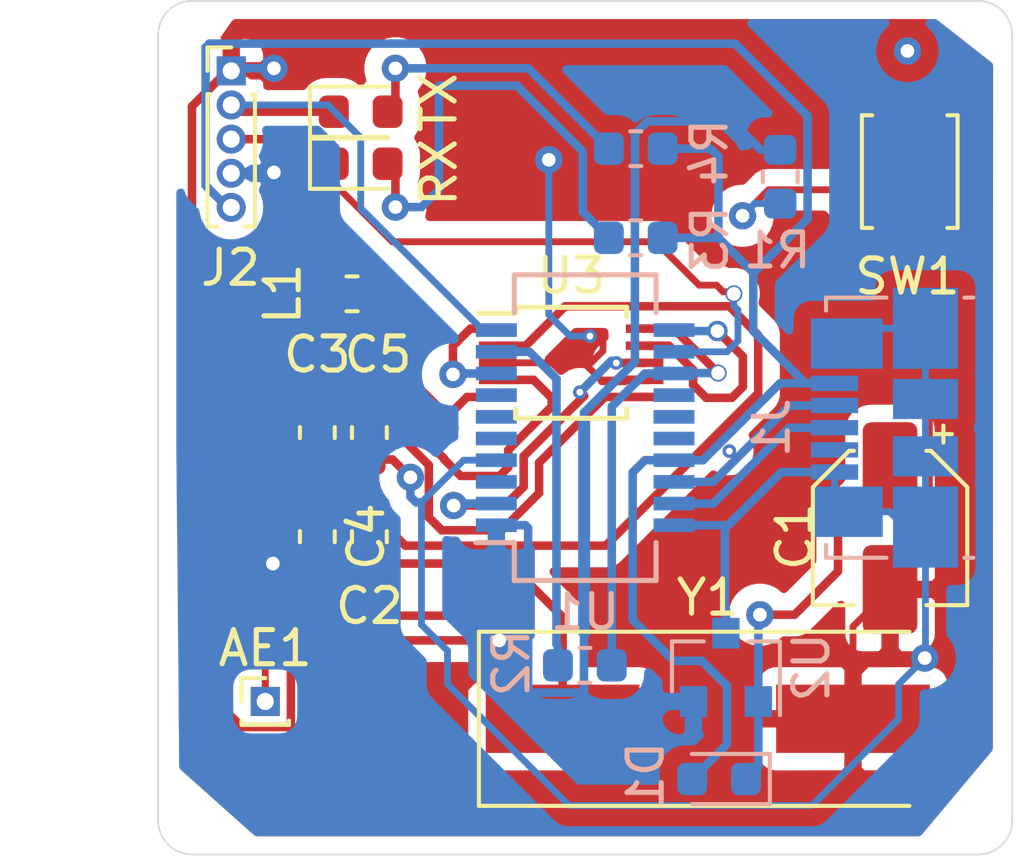
<source format=kicad_pcb>
(kicad_pcb (version 20171130) (host pcbnew "(5.1.2)-2")

  (general
    (thickness 1.6)
    (drawings 9)
    (tracks 320)
    (zones 0)
    (modules 21)
    (nets 29)
  )

  (page A4)
  (layers
    (0 F.Cu signal)
    (31 B.Cu signal)
    (32 B.Adhes user)
    (33 F.Adhes user)
    (34 B.Paste user)
    (35 F.Paste user)
    (36 B.SilkS user)
    (37 F.SilkS user)
    (38 B.Mask user)
    (39 F.Mask user)
    (40 Dwgs.User user)
    (41 Cmts.User user)
    (42 Eco1.User user)
    (43 Eco2.User user)
    (44 Edge.Cuts user)
    (45 Margin user)
    (46 B.CrtYd user)
    (47 F.CrtYd user)
    (48 B.Fab user)
    (49 F.Fab user)
  )

  (setup
    (last_trace_width 0.2)
    (user_trace_width 0.2)
    (trace_clearance 0.2)
    (zone_clearance 0.508)
    (zone_45_only no)
    (trace_min 0.2)
    (via_size 0.8)
    (via_drill 0.4)
    (via_min_size 0.4)
    (via_min_drill 0.3)
    (uvia_size 0.3)
    (uvia_drill 0.1)
    (uvias_allowed no)
    (uvia_min_size 0.2)
    (uvia_min_drill 0.1)
    (edge_width 0.05)
    (segment_width 0.2)
    (pcb_text_width 0.3)
    (pcb_text_size 1.5 1.5)
    (mod_edge_width 0.12)
    (mod_text_size 1 1)
    (mod_text_width 0.15)
    (pad_size 1.524 1.524)
    (pad_drill 0.762)
    (pad_to_mask_clearance 0.051)
    (solder_mask_min_width 0.25)
    (aux_axis_origin 0 0)
    (visible_elements 7FFFFFFF)
    (pcbplotparams
      (layerselection 0x00000_ffffffff)
      (usegerberextensions false)
      (usegerberattributes false)
      (usegerberadvancedattributes false)
      (creategerberjobfile false)
      (excludeedgelayer true)
      (linewidth 0.100000)
      (plotframeref false)
      (viasonmask false)
      (mode 1)
      (useauxorigin false)
      (hpglpennumber 1)
      (hpglpenspeed 20)
      (hpglpendiameter 15.000000)
      (psnegative false)
      (psa4output false)
      (plotreference true)
      (plotvalue true)
      (plotinvisibletext false)
      (padsonsilk false)
      (subtractmaskfromsilk false)
      (outputformat 4)
      (mirror false)
      (drillshape 0)
      (scaleselection 1)
      (outputdirectory "C:/Users/Alihan/Desktop/TDA5150 Design and Documents/TDA5150 Circuit Design/TDA5150_part9/TDA5150_part9/Son Durum/PDF Files/"))
  )

  (net 0 "")
  (net 1 "Net-(AE1-Pad1)")
  (net 2 "Net-(C1-Pad1)")
  (net 3 GND)
  (net 4 "Net-(C2-Pad1)")
  (net 5 "Net-(C2-Pad2)")
  (net 6 "Net-(C3-Pad1)")
  (net 7 +5V)
  (net 8 RX)
  (net 9 "Net-(D2-Pad2)")
  (net 10 "Net-(D3-Pad2)")
  (net 11 D-)
  (net 12 D+)
  (net 13 "Net-(J1-Pad4)")
  (net 14 +3V3)
  (net 15 "Net-(R1-Pad2)")
  (net 16 "Net-(R2-Pad2)")
  (net 17 DATA)
  (net 18 CLKOUT)
  (net 19 "Net-(U1-Pad3)")
  (net 20 "Net-(U1-Pad5)")
  (net 21 "Net-(U1-Pad6)")
  (net 22 "Net-(U1-Pad7)")
  (net 23 EN)
  (net 24 TX)
  (net 25 SCK)
  (net 26 "Net-(U1-Pad14)")
  (net 27 "Net-(U1-Pad15)")
  (net 28 "Net-(U1-Pad16)")

  (net_class Default "This is the default net class."
    (clearance 0.2)
    (trace_width 0.25)
    (via_dia 0.8)
    (via_drill 0.4)
    (uvia_dia 0.3)
    (uvia_drill 0.1)
    (add_net +3V3)
    (add_net +5V)
    (add_net CLKOUT)
    (add_net D+)
    (add_net D-)
    (add_net DATA)
    (add_net EN)
    (add_net GND)
    (add_net "Net-(AE1-Pad1)")
    (add_net "Net-(C1-Pad1)")
    (add_net "Net-(C2-Pad1)")
    (add_net "Net-(C2-Pad2)")
    (add_net "Net-(C3-Pad1)")
    (add_net "Net-(D2-Pad2)")
    (add_net "Net-(D3-Pad2)")
    (add_net "Net-(J1-Pad4)")
    (add_net "Net-(R1-Pad2)")
    (add_net "Net-(R2-Pad2)")
    (add_net "Net-(U1-Pad14)")
    (add_net "Net-(U1-Pad15)")
    (add_net "Net-(U1-Pad16)")
    (add_net "Net-(U1-Pad3)")
    (add_net "Net-(U1-Pad5)")
    (add_net "Net-(U1-Pad6)")
    (add_net "Net-(U1-Pad7)")
    (add_net RX)
    (add_net SCK)
    (add_net TX)
  )

  (module Connector_PinHeader_1.00mm:PinHeader_1x01_P1.00mm_Vertical (layer F.Cu) (tedit 59FED738) (tstamp 5D2BF0C9)
    (at 150.876 107.188)
    (descr "Through hole straight pin header, 1x01, 1.00mm pitch, single row")
    (tags "Through hole pin header THT 1x01 1.00mm single row")
    (path /5D2AED1C/5D2E2D36)
    (fp_text reference AE1 (at 0 -1.56) (layer F.SilkS)
      (effects (font (size 1 1) (thickness 0.15)))
    )
    (fp_text value Antenna (at 0 1.56) (layer F.Fab)
      (effects (font (size 1 1) (thickness 0.15)))
    )
    (fp_line (start -0.3175 -0.5) (end 0.635 -0.5) (layer F.Fab) (width 0.1))
    (fp_line (start 0.635 -0.5) (end 0.635 0.5) (layer F.Fab) (width 0.1))
    (fp_line (start 0.635 0.5) (end -0.635 0.5) (layer F.Fab) (width 0.1))
    (fp_line (start -0.635 0.5) (end -0.635 -0.1825) (layer F.Fab) (width 0.1))
    (fp_line (start -0.635 -0.1825) (end -0.3175 -0.5) (layer F.Fab) (width 0.1))
    (fp_line (start -0.695 0.685) (end 0.695 0.685) (layer F.SilkS) (width 0.12))
    (fp_line (start -0.695 0.685) (end -0.695 0.56) (layer F.SilkS) (width 0.12))
    (fp_line (start 0.695 0.685) (end 0.695 0.56) (layer F.SilkS) (width 0.12))
    (fp_line (start -0.695 0.685) (end -0.608276 0.685) (layer F.SilkS) (width 0.12))
    (fp_line (start 0.608276 0.685) (end 0.695 0.685) (layer F.SilkS) (width 0.12))
    (fp_line (start -0.695 0) (end -0.695 -0.685) (layer F.SilkS) (width 0.12))
    (fp_line (start -0.695 -0.685) (end 0 -0.685) (layer F.SilkS) (width 0.12))
    (fp_line (start -1.15 -1) (end -1.15 1) (layer F.CrtYd) (width 0.05))
    (fp_line (start -1.15 1) (end 1.15 1) (layer F.CrtYd) (width 0.05))
    (fp_line (start 1.15 1) (end 1.15 -1) (layer F.CrtYd) (width 0.05))
    (fp_line (start 1.15 -1) (end -1.15 -1) (layer F.CrtYd) (width 0.05))
    (fp_text user %R (at 0 0 90) (layer F.Fab)
      (effects (font (size 0.76 0.76) (thickness 0.114)))
    )
    (pad 1 thru_hole rect (at 0 0) (size 0.85 0.85) (drill 0.5) (layers *.Cu *.Mask)
      (net 1 "Net-(AE1-Pad1)"))
    (model ${KISYS3DMOD}/Connector_PinHeader_1.00mm.3dshapes/PinHeader_1x01_P1.00mm_Vertical.wrl
      (at (xyz 0 0 0))
      (scale (xyz 1 1 1))
      (rotate (xyz 0 0 0))
    )
  )

  (module Capacitor_SMD:CP_Elec_4x3 (layer F.Cu) (tedit 5BCA39CF) (tstamp 5D2BFC2A)
    (at 169.164 102.108 270)
    (descr "SMD capacitor, aluminum electrolytic, Nichicon, 4.0x3mm")
    (tags "capacitor electrolytic")
    (path /5D2AECF7/5D2B6D3E)
    (attr smd)
    (fp_text reference C1 (at 0.254 2.794 90) (layer F.SilkS)
      (effects (font (size 1 1) (thickness 0.15)))
    )
    (fp_text value 0,1uF (at 0 3.2 90) (layer F.Fab)
      (effects (font (size 1 1) (thickness 0.15)))
    )
    (fp_circle (center 0 0) (end 2 0) (layer F.Fab) (width 0.1))
    (fp_line (start 2.15 -2.15) (end 2.15 2.15) (layer F.Fab) (width 0.1))
    (fp_line (start -1.15 -2.15) (end 2.15 -2.15) (layer F.Fab) (width 0.1))
    (fp_line (start -1.15 2.15) (end 2.15 2.15) (layer F.Fab) (width 0.1))
    (fp_line (start -2.15 -1.15) (end -2.15 1.15) (layer F.Fab) (width 0.1))
    (fp_line (start -2.15 -1.15) (end -1.15 -2.15) (layer F.Fab) (width 0.1))
    (fp_line (start -2.15 1.15) (end -1.15 2.15) (layer F.Fab) (width 0.1))
    (fp_line (start -1.574773 -1) (end -1.174773 -1) (layer F.Fab) (width 0.1))
    (fp_line (start -1.374773 -1.2) (end -1.374773 -0.8) (layer F.Fab) (width 0.1))
    (fp_line (start 2.26 2.26) (end 2.26 1.06) (layer F.SilkS) (width 0.12))
    (fp_line (start 2.26 -2.26) (end 2.26 -1.06) (layer F.SilkS) (width 0.12))
    (fp_line (start -1.195563 -2.26) (end 2.26 -2.26) (layer F.SilkS) (width 0.12))
    (fp_line (start -1.195563 2.26) (end 2.26 2.26) (layer F.SilkS) (width 0.12))
    (fp_line (start -2.26 1.195563) (end -2.26 1.06) (layer F.SilkS) (width 0.12))
    (fp_line (start -2.26 -1.195563) (end -2.26 -1.06) (layer F.SilkS) (width 0.12))
    (fp_line (start -2.26 -1.195563) (end -1.195563 -2.26) (layer F.SilkS) (width 0.12))
    (fp_line (start -2.26 1.195563) (end -1.195563 2.26) (layer F.SilkS) (width 0.12))
    (fp_line (start -3 -1.56) (end -2.5 -1.56) (layer F.SilkS) (width 0.12))
    (fp_line (start -2.75 -1.81) (end -2.75 -1.31) (layer F.SilkS) (width 0.12))
    (fp_line (start 2.4 -2.4) (end 2.4 -1.05) (layer F.CrtYd) (width 0.05))
    (fp_line (start 2.4 -1.05) (end 3.35 -1.05) (layer F.CrtYd) (width 0.05))
    (fp_line (start 3.35 -1.05) (end 3.35 1.05) (layer F.CrtYd) (width 0.05))
    (fp_line (start 3.35 1.05) (end 2.4 1.05) (layer F.CrtYd) (width 0.05))
    (fp_line (start 2.4 1.05) (end 2.4 2.4) (layer F.CrtYd) (width 0.05))
    (fp_line (start -1.25 2.4) (end 2.4 2.4) (layer F.CrtYd) (width 0.05))
    (fp_line (start -1.25 -2.4) (end 2.4 -2.4) (layer F.CrtYd) (width 0.05))
    (fp_line (start -2.4 1.25) (end -1.25 2.4) (layer F.CrtYd) (width 0.05))
    (fp_line (start -2.4 -1.25) (end -1.25 -2.4) (layer F.CrtYd) (width 0.05))
    (fp_line (start -2.4 -1.25) (end -2.4 -1.05) (layer F.CrtYd) (width 0.05))
    (fp_line (start -2.4 1.05) (end -2.4 1.25) (layer F.CrtYd) (width 0.05))
    (fp_line (start -2.4 -1.05) (end -3.35 -1.05) (layer F.CrtYd) (width 0.05))
    (fp_line (start -3.35 -1.05) (end -3.35 1.05) (layer F.CrtYd) (width 0.05))
    (fp_line (start -3.35 1.05) (end -2.4 1.05) (layer F.CrtYd) (width 0.05))
    (fp_text user %R (at 0 0 90) (layer F.Fab)
      (effects (font (size 0.8 0.8) (thickness 0.12)))
    )
    (pad 1 smd roundrect (at -1.8 0 270) (size 2.6 1.6) (layers F.Cu F.Paste F.Mask) (roundrect_rratio 0.15625)
      (net 2 "Net-(C1-Pad1)"))
    (pad 2 smd roundrect (at 1.8 0 270) (size 2.6 1.6) (layers F.Cu F.Paste F.Mask) (roundrect_rratio 0.15625)
      (net 3 GND))
    (model ${KISYS3DMOD}/Capacitor_SMD.3dshapes/CP_Elec_4x3.wrl
      (at (xyz 0 0 0))
      (scale (xyz 1 1 1))
      (rotate (xyz 0 0 0))
    )
  )

  (module Capacitor_SMD:C_0603_1608Metric (layer F.Cu) (tedit 5B301BBE) (tstamp 5D2BF102)
    (at 153.924 102.362 270)
    (descr "Capacitor SMD 0603 (1608 Metric), square (rectangular) end terminal, IPC_7351 nominal, (Body size source: http://www.tortai-tech.com/upload/download/2011102023233369053.pdf), generated with kicad-footprint-generator")
    (tags capacitor)
    (path /5D2AED1C/5D2DE390)
    (attr smd)
    (fp_text reference C2 (at 2.032 0 180) (layer F.SilkS)
      (effects (font (size 1 1) (thickness 0.15)))
    )
    (fp_text value 8.2pF (at 0 1.43 90) (layer F.Fab)
      (effects (font (size 1 1) (thickness 0.15)))
    )
    (fp_line (start -0.8 0.4) (end -0.8 -0.4) (layer F.Fab) (width 0.1))
    (fp_line (start -0.8 -0.4) (end 0.8 -0.4) (layer F.Fab) (width 0.1))
    (fp_line (start 0.8 -0.4) (end 0.8 0.4) (layer F.Fab) (width 0.1))
    (fp_line (start 0.8 0.4) (end -0.8 0.4) (layer F.Fab) (width 0.1))
    (fp_line (start -0.162779 -0.51) (end 0.162779 -0.51) (layer F.SilkS) (width 0.12))
    (fp_line (start -0.162779 0.51) (end 0.162779 0.51) (layer F.SilkS) (width 0.12))
    (fp_line (start -1.48 0.73) (end -1.48 -0.73) (layer F.CrtYd) (width 0.05))
    (fp_line (start -1.48 -0.73) (end 1.48 -0.73) (layer F.CrtYd) (width 0.05))
    (fp_line (start 1.48 -0.73) (end 1.48 0.73) (layer F.CrtYd) (width 0.05))
    (fp_line (start 1.48 0.73) (end -1.48 0.73) (layer F.CrtYd) (width 0.05))
    (fp_text user %R (at 0 0 90) (layer F.Fab)
      (effects (font (size 0.4 0.4) (thickness 0.06)))
    )
    (pad 1 smd roundrect (at -0.7875 0 270) (size 0.875 0.95) (layers F.Cu F.Paste F.Mask) (roundrect_rratio 0.25)
      (net 4 "Net-(C2-Pad1)"))
    (pad 2 smd roundrect (at 0.7875 0 270) (size 0.875 0.95) (layers F.Cu F.Paste F.Mask) (roundrect_rratio 0.25)
      (net 5 "Net-(C2-Pad2)"))
    (model ${KISYS3DMOD}/Capacitor_SMD.3dshapes/C_0603_1608Metric.wrl
      (at (xyz 0 0 0))
      (scale (xyz 1 1 1))
      (rotate (xyz 0 0 0))
    )
  )

  (module Capacitor_SMD:C_0603_1608Metric (layer F.Cu) (tedit 5B301BBE) (tstamp 5D2BF113)
    (at 152.4 99.314 270)
    (descr "Capacitor SMD 0603 (1608 Metric), square (rectangular) end terminal, IPC_7351 nominal, (Body size source: http://www.tortai-tech.com/upload/download/2011102023233369053.pdf), generated with kicad-footprint-generator")
    (tags capacitor)
    (path /5D2AED1C/5D2DFEF0)
    (attr smd)
    (fp_text reference C3 (at -2.286 0 180) (layer F.SilkS)
      (effects (font (size 1 1) (thickness 0.15)))
    )
    (fp_text value 100nF (at 0 1.43 90) (layer F.Fab)
      (effects (font (size 1 1) (thickness 0.15)))
    )
    (fp_text user %R (at 0 0 90) (layer F.Fab)
      (effects (font (size 0.4 0.4) (thickness 0.06)))
    )
    (fp_line (start 1.48 0.73) (end -1.48 0.73) (layer F.CrtYd) (width 0.05))
    (fp_line (start 1.48 -0.73) (end 1.48 0.73) (layer F.CrtYd) (width 0.05))
    (fp_line (start -1.48 -0.73) (end 1.48 -0.73) (layer F.CrtYd) (width 0.05))
    (fp_line (start -1.48 0.73) (end -1.48 -0.73) (layer F.CrtYd) (width 0.05))
    (fp_line (start -0.162779 0.51) (end 0.162779 0.51) (layer F.SilkS) (width 0.12))
    (fp_line (start -0.162779 -0.51) (end 0.162779 -0.51) (layer F.SilkS) (width 0.12))
    (fp_line (start 0.8 0.4) (end -0.8 0.4) (layer F.Fab) (width 0.1))
    (fp_line (start 0.8 -0.4) (end 0.8 0.4) (layer F.Fab) (width 0.1))
    (fp_line (start -0.8 -0.4) (end 0.8 -0.4) (layer F.Fab) (width 0.1))
    (fp_line (start -0.8 0.4) (end -0.8 -0.4) (layer F.Fab) (width 0.1))
    (pad 2 smd roundrect (at 0.7875 0 270) (size 0.875 0.95) (layers F.Cu F.Paste F.Mask) (roundrect_rratio 0.25)
      (net 3 GND))
    (pad 1 smd roundrect (at -0.7875 0 270) (size 0.875 0.95) (layers F.Cu F.Paste F.Mask) (roundrect_rratio 0.25)
      (net 6 "Net-(C3-Pad1)"))
    (model ${KISYS3DMOD}/Capacitor_SMD.3dshapes/C_0603_1608Metric.wrl
      (at (xyz 0 0 0))
      (scale (xyz 1 1 1))
      (rotate (xyz 0 0 0))
    )
  )

  (module Capacitor_SMD:C_0603_1608Metric (layer F.Cu) (tedit 5B301BBE) (tstamp 5D2BF124)
    (at 152.4 102.362 270)
    (descr "Capacitor SMD 0603 (1608 Metric), square (rectangular) end terminal, IPC_7351 nominal, (Body size source: http://www.tortai-tech.com/upload/download/2011102023233369053.pdf), generated with kicad-footprint-generator")
    (tags capacitor)
    (path /5D2AED1C/5D2DA306)
    (attr smd)
    (fp_text reference C4 (at 0 -1.43 90) (layer F.SilkS)
      (effects (font (size 1 1) (thickness 0.15)))
    )
    (fp_text value 10pF (at 0 1.43 90) (layer F.Fab)
      (effects (font (size 1 1) (thickness 0.15)))
    )
    (fp_line (start -0.8 0.4) (end -0.8 -0.4) (layer F.Fab) (width 0.1))
    (fp_line (start -0.8 -0.4) (end 0.8 -0.4) (layer F.Fab) (width 0.1))
    (fp_line (start 0.8 -0.4) (end 0.8 0.4) (layer F.Fab) (width 0.1))
    (fp_line (start 0.8 0.4) (end -0.8 0.4) (layer F.Fab) (width 0.1))
    (fp_line (start -0.162779 -0.51) (end 0.162779 -0.51) (layer F.SilkS) (width 0.12))
    (fp_line (start -0.162779 0.51) (end 0.162779 0.51) (layer F.SilkS) (width 0.12))
    (fp_line (start -1.48 0.73) (end -1.48 -0.73) (layer F.CrtYd) (width 0.05))
    (fp_line (start -1.48 -0.73) (end 1.48 -0.73) (layer F.CrtYd) (width 0.05))
    (fp_line (start 1.48 -0.73) (end 1.48 0.73) (layer F.CrtYd) (width 0.05))
    (fp_line (start 1.48 0.73) (end -1.48 0.73) (layer F.CrtYd) (width 0.05))
    (fp_text user %R (at 0 0 90) (layer F.Fab)
      (effects (font (size 0.4 0.4) (thickness 0.06)))
    )
    (pad 1 smd roundrect (at -0.7875 0 270) (size 0.875 0.95) (layers F.Cu F.Paste F.Mask) (roundrect_rratio 0.25)
      (net 1 "Net-(AE1-Pad1)"))
    (pad 2 smd roundrect (at 0.7875 0 270) (size 0.875 0.95) (layers F.Cu F.Paste F.Mask) (roundrect_rratio 0.25)
      (net 3 GND))
    (model ${KISYS3DMOD}/Capacitor_SMD.3dshapes/C_0603_1608Metric.wrl
      (at (xyz 0 0 0))
      (scale (xyz 1 1 1))
      (rotate (xyz 0 0 0))
    )
  )

  (module Capacitor_SMD:C_0603_1608Metric (layer F.Cu) (tedit 5B301BBE) (tstamp 5D2BF135)
    (at 153.924 99.314 270)
    (descr "Capacitor SMD 0603 (1608 Metric), square (rectangular) end terminal, IPC_7351 nominal, (Body size source: http://www.tortai-tech.com/upload/download/2011102023233369053.pdf), generated with kicad-footprint-generator")
    (tags capacitor)
    (path /5D2AED1C/5D2DAA11)
    (attr smd)
    (fp_text reference C5 (at -2.286 -0.254 180) (layer F.SilkS)
      (effects (font (size 1 1) (thickness 0.15)))
    )
    (fp_text value CP1 (at 0 1.43 90) (layer F.Fab)
      (effects (font (size 1 1) (thickness 0.15)))
    )
    (fp_text user %R (at 0 0 90) (layer F.Fab)
      (effects (font (size 0.4 0.4) (thickness 0.06)))
    )
    (fp_line (start 1.48 0.73) (end -1.48 0.73) (layer F.CrtYd) (width 0.05))
    (fp_line (start 1.48 -0.73) (end 1.48 0.73) (layer F.CrtYd) (width 0.05))
    (fp_line (start -1.48 -0.73) (end 1.48 -0.73) (layer F.CrtYd) (width 0.05))
    (fp_line (start -1.48 0.73) (end -1.48 -0.73) (layer F.CrtYd) (width 0.05))
    (fp_line (start -0.162779 0.51) (end 0.162779 0.51) (layer F.SilkS) (width 0.12))
    (fp_line (start -0.162779 -0.51) (end 0.162779 -0.51) (layer F.SilkS) (width 0.12))
    (fp_line (start 0.8 0.4) (end -0.8 0.4) (layer F.Fab) (width 0.1))
    (fp_line (start 0.8 -0.4) (end 0.8 0.4) (layer F.Fab) (width 0.1))
    (fp_line (start -0.8 -0.4) (end 0.8 -0.4) (layer F.Fab) (width 0.1))
    (fp_line (start -0.8 0.4) (end -0.8 -0.4) (layer F.Fab) (width 0.1))
    (pad 2 smd roundrect (at 0.7875 0 270) (size 0.875 0.95) (layers F.Cu F.Paste F.Mask) (roundrect_rratio 0.25)
      (net 3 GND))
    (pad 1 smd roundrect (at -0.7875 0 270) (size 0.875 0.95) (layers F.Cu F.Paste F.Mask) (roundrect_rratio 0.25)
      (net 1 "Net-(AE1-Pad1)"))
    (model ${KISYS3DMOD}/Capacitor_SMD.3dshapes/C_0603_1608Metric.wrl
      (at (xyz 0 0 0))
      (scale (xyz 1 1 1))
      (rotate (xyz 0 0 0))
    )
  )

  (module Diode_SMD:D_0603_1608Metric (layer B.Cu) (tedit 5B301BBE) (tstamp 5D2BFBDF)
    (at 164.16 109.46 180)
    (descr "Diode SMD 0603 (1608 Metric), square (rectangular) end terminal, IPC_7351 nominal, (Body size source: http://www.tortai-tech.com/upload/download/2011102023233369053.pdf), generated with kicad-footprint-generator")
    (tags diode)
    (path /5D2AECF7/5D2B633E)
    (attr smd)
    (fp_text reference D1 (at 2.15 0.11 270) (layer B.SilkS)
      (effects (font (size 1 1) (thickness 0.15)) (justify mirror))
    )
    (fp_text value D_Schottky (at 0 -1.43) (layer B.Fab)
      (effects (font (size 1 1) (thickness 0.15)) (justify mirror))
    )
    (fp_line (start 0.8 0.4) (end -0.5 0.4) (layer B.Fab) (width 0.1))
    (fp_line (start -0.5 0.4) (end -0.8 0.1) (layer B.Fab) (width 0.1))
    (fp_line (start -0.8 0.1) (end -0.8 -0.4) (layer B.Fab) (width 0.1))
    (fp_line (start -0.8 -0.4) (end 0.8 -0.4) (layer B.Fab) (width 0.1))
    (fp_line (start 0.8 -0.4) (end 0.8 0.4) (layer B.Fab) (width 0.1))
    (fp_line (start 0.8 0.735) (end -1.485 0.735) (layer B.SilkS) (width 0.12))
    (fp_line (start -1.485 0.735) (end -1.485 -0.735) (layer B.SilkS) (width 0.12))
    (fp_line (start -1.485 -0.735) (end 0.8 -0.735) (layer B.SilkS) (width 0.12))
    (fp_line (start -1.48 -0.73) (end -1.48 0.73) (layer B.CrtYd) (width 0.05))
    (fp_line (start -1.48 0.73) (end 1.48 0.73) (layer B.CrtYd) (width 0.05))
    (fp_line (start 1.48 0.73) (end 1.48 -0.73) (layer B.CrtYd) (width 0.05))
    (fp_line (start 1.48 -0.73) (end -1.48 -0.73) (layer B.CrtYd) (width 0.05))
    (fp_text user %R (at 0 0) (layer B.Fab)
      (effects (font (size 0.4 0.4) (thickness 0.06)) (justify mirror))
    )
    (pad 1 smd roundrect (at -0.7875 0 180) (size 0.875 0.95) (layers B.Cu B.Paste B.Mask) (roundrect_rratio 0.25)
      (net 2 "Net-(C1-Pad1)"))
    (pad 2 smd roundrect (at 0.7875 0 180) (size 0.875 0.95) (layers B.Cu B.Paste B.Mask) (roundrect_rratio 0.25)
      (net 7 +5V))
    (model ${KISYS3DMOD}/Diode_SMD.3dshapes/D_0603_1608Metric.wrl
      (at (xyz 0 0 0))
      (scale (xyz 1 1 1))
      (rotate (xyz 0 0 0))
    )
  )

  (module LED_SMD:LED_0603_1608Metric (layer F.Cu) (tedit 5B301BBE) (tstamp 5D2C07EE)
    (at 153.67 91.44)
    (descr "LED SMD 0603 (1608 Metric), square (rectangular) end terminal, IPC_7351 nominal, (Body size source: http://www.tortai-tech.com/upload/download/2011102023233369053.pdf), generated with kicad-footprint-generator")
    (tags diode)
    (path /5D2AECF7/5D2C756A)
    (attr smd)
    (fp_text reference RX (at 2.286 0.254 90) (layer F.SilkS)
      (effects (font (size 1 1) (thickness 0.15)))
    )
    (fp_text value LED (at 0 1.43) (layer F.Fab)
      (effects (font (size 1 1) (thickness 0.15)))
    )
    (fp_line (start 0.8 -0.4) (end -0.5 -0.4) (layer F.Fab) (width 0.1))
    (fp_line (start -0.5 -0.4) (end -0.8 -0.1) (layer F.Fab) (width 0.1))
    (fp_line (start -0.8 -0.1) (end -0.8 0.4) (layer F.Fab) (width 0.1))
    (fp_line (start -0.8 0.4) (end 0.8 0.4) (layer F.Fab) (width 0.1))
    (fp_line (start 0.8 0.4) (end 0.8 -0.4) (layer F.Fab) (width 0.1))
    (fp_line (start 0.8 -0.735) (end -1.485 -0.735) (layer F.SilkS) (width 0.12))
    (fp_line (start -1.485 -0.735) (end -1.485 0.735) (layer F.SilkS) (width 0.12))
    (fp_line (start -1.485 0.735) (end 0.8 0.735) (layer F.SilkS) (width 0.12))
    (fp_line (start -1.48 0.73) (end -1.48 -0.73) (layer F.CrtYd) (width 0.05))
    (fp_line (start -1.48 -0.73) (end 1.48 -0.73) (layer F.CrtYd) (width 0.05))
    (fp_line (start 1.48 -0.73) (end 1.48 0.73) (layer F.CrtYd) (width 0.05))
    (fp_line (start 1.48 0.73) (end -1.48 0.73) (layer F.CrtYd) (width 0.05))
    (fp_text user %R (at 0 0) (layer F.Fab)
      (effects (font (size 0.4 0.4) (thickness 0.06)))
    )
    (pad 1 smd roundrect (at -0.7875 0) (size 0.875 0.95) (layers F.Cu F.Paste F.Mask) (roundrect_rratio 0.25)
      (net 8 RX))
    (pad 2 smd roundrect (at 0.7875 0) (size 0.875 0.95) (layers F.Cu F.Paste F.Mask) (roundrect_rratio 0.25)
      (net 9 "Net-(D2-Pad2)"))
    (model ${KISYS3DMOD}/LED_SMD.3dshapes/LED_0603_1608Metric.wrl
      (at (xyz 0 0 0))
      (scale (xyz 1 1 1))
      (rotate (xyz 0 0 0))
    )
  )

  (module LED_SMD:LED_0603_1608Metric (layer F.Cu) (tedit 5B301BBE) (tstamp 5D2C1165)
    (at 153.67 89.916)
    (descr "LED SMD 0603 (1608 Metric), square (rectangular) end terminal, IPC_7351 nominal, (Body size source: http://www.tortai-tech.com/upload/download/2011102023233369053.pdf), generated with kicad-footprint-generator")
    (tags diode)
    (path /5D2AECF7/5D2CDB03)
    (attr smd)
    (fp_text reference TX (at 2.28 -0.266 90) (layer F.SilkS)
      (effects (font (size 1 1) (thickness 0.15)))
    )
    (fp_text value LED (at 0 1.43) (layer F.Fab)
      (effects (font (size 1 1) (thickness 0.15)))
    )
    (fp_text user %R (at 0 0) (layer F.Fab)
      (effects (font (size 0.4 0.4) (thickness 0.06)))
    )
    (fp_line (start 1.48 0.73) (end -1.48 0.73) (layer F.CrtYd) (width 0.05))
    (fp_line (start 1.48 -0.73) (end 1.48 0.73) (layer F.CrtYd) (width 0.05))
    (fp_line (start -1.48 -0.73) (end 1.48 -0.73) (layer F.CrtYd) (width 0.05))
    (fp_line (start -1.48 0.73) (end -1.48 -0.73) (layer F.CrtYd) (width 0.05))
    (fp_line (start -1.485 0.735) (end 0.8 0.735) (layer F.SilkS) (width 0.12))
    (fp_line (start -1.485 -0.735) (end -1.485 0.735) (layer F.SilkS) (width 0.12))
    (fp_line (start 0.8 -0.735) (end -1.485 -0.735) (layer F.SilkS) (width 0.12))
    (fp_line (start 0.8 0.4) (end 0.8 -0.4) (layer F.Fab) (width 0.1))
    (fp_line (start -0.8 0.4) (end 0.8 0.4) (layer F.Fab) (width 0.1))
    (fp_line (start -0.8 -0.1) (end -0.8 0.4) (layer F.Fab) (width 0.1))
    (fp_line (start -0.5 -0.4) (end -0.8 -0.1) (layer F.Fab) (width 0.1))
    (fp_line (start 0.8 -0.4) (end -0.5 -0.4) (layer F.Fab) (width 0.1))
    (pad 2 smd roundrect (at 0.7875 0) (size 0.875 0.95) (layers F.Cu F.Paste F.Mask) (roundrect_rratio 0.25)
      (net 10 "Net-(D3-Pad2)"))
    (pad 1 smd roundrect (at -0.7875 0) (size 0.875 0.95) (layers F.Cu F.Paste F.Mask) (roundrect_rratio 0.25)
      (net 24 TX))
    (model ${KISYS3DMOD}/LED_SMD.3dshapes/LED_0603_1608Metric.wrl
      (at (xyz 0 0 0))
      (scale (xyz 1 1 1))
      (rotate (xyz 0 0 0))
    )
  )

  (module Connector_USB:USB_Micro-B_Molex_47346-0001 (layer B.Cu) (tedit 5A1DC0BD) (tstamp 5D2BFB23)
    (at 169 99.17 270)
    (descr "Micro USB B receptable with flange, bottom-mount, SMD, right-angle (http://www.molex.com/pdm_docs/sd/473460001_sd.pdf)")
    (tags "Micro B USB SMD")
    (path /5D2AECF7/5D2B44C9)
    (attr smd)
    (fp_text reference J1 (at 0 3.3 90) (layer B.SilkS)
      (effects (font (size 1 1) (thickness 0.15)) (justify mirror))
    )
    (fp_text value USB_B_Micro (at -0.11 -2.958 90) (layer B.Fab)
      (effects (font (size 1 1) (thickness 0.15)) (justify mirror))
    )
    (fp_text user "PCB Edge" (at 0 -2.67 90) (layer Dwgs.User)
      (effects (font (size 0.4 0.4) (thickness 0.04)))
    )
    (fp_text user %R (at 0 -1.2 270) (layer B.Fab)
      (effects (font (size 1 1) (thickness 0.15)) (justify mirror))
    )
    (fp_line (start 3.81 1.71) (end 3.43 1.71) (layer B.SilkS) (width 0.12))
    (fp_line (start 4.6 -3.9) (end -4.6 -3.9) (layer B.CrtYd) (width 0.05))
    (fp_line (start 4.6 2.7) (end 4.6 -3.9) (layer B.CrtYd) (width 0.05))
    (fp_line (start -4.6 2.7) (end 4.6 2.7) (layer B.CrtYd) (width 0.05))
    (fp_line (start -4.6 -3.9) (end -4.6 2.7) (layer B.CrtYd) (width 0.05))
    (fp_line (start 3.75 -3.35) (end -3.75 -3.35) (layer B.Fab) (width 0.1))
    (fp_line (start 3.75 1.65) (end 3.75 -3.35) (layer B.Fab) (width 0.1))
    (fp_line (start -3.75 1.65) (end 3.75 1.65) (layer B.Fab) (width 0.1))
    (fp_line (start -3.75 -3.35) (end -3.75 1.65) (layer B.Fab) (width 0.1))
    (fp_line (start 3.81 -2.34) (end 3.81 -2.6) (layer B.SilkS) (width 0.12))
    (fp_line (start 3.81 1.71) (end 3.81 -0.06) (layer B.SilkS) (width 0.12))
    (fp_line (start -3.81 1.71) (end -3.43 1.71) (layer B.SilkS) (width 0.12))
    (fp_line (start -3.81 -0.06) (end -3.81 1.71) (layer B.SilkS) (width 0.12))
    (fp_line (start -3.81 -2.6) (end -3.81 -2.34) (layer B.SilkS) (width 0.12))
    (fp_line (start -3.25 -2.65) (end 3.25 -2.65) (layer B.Fab) (width 0.1))
    (pad 1 smd rect (at -1.3 1.46 270) (size 0.45 1.38) (layers B.Cu B.Paste B.Mask)
      (net 7 +5V))
    (pad 2 smd rect (at -0.65 1.46 270) (size 0.45 1.38) (layers B.Cu B.Paste B.Mask)
      (net 11 D-))
    (pad 3 smd rect (at 0 1.46 270) (size 0.45 1.38) (layers B.Cu B.Paste B.Mask)
      (net 12 D+))
    (pad 4 smd rect (at 0.65 1.46 270) (size 0.45 1.38) (layers B.Cu B.Paste B.Mask)
      (net 13 "Net-(J1-Pad4)"))
    (pad 5 smd rect (at 1.3 1.46 270) (size 0.45 1.38) (layers B.Cu B.Paste B.Mask)
      (net 3 GND))
    (pad 6 smd rect (at -2.4625 1.1 270) (size 1.475 2.1) (layers B.Cu B.Paste B.Mask)
      (net 3 GND))
    (pad 6 smd rect (at 2.4625 1.1 270) (size 1.475 2.1) (layers B.Cu B.Paste B.Mask)
      (net 3 GND))
    (pad 6 smd rect (at -2.91 -1.2 270) (size 2.375 1.9) (layers B.Cu B.Paste B.Mask)
      (net 3 GND))
    (pad 6 smd rect (at 2.91 -1.2 270) (size 2.375 1.9) (layers B.Cu B.Paste B.Mask)
      (net 3 GND))
    (pad 6 smd rect (at -0.84 -1.2 270) (size 1.175 1.9) (layers B.Cu B.Paste B.Mask)
      (net 3 GND))
    (pad 6 smd rect (at 0.84 -1.2 270) (size 1.175 1.9) (layers B.Cu B.Paste B.Mask)
      (net 3 GND))
    (model ${KISYS3DMOD}/Connector_USB.3dshapes/USB_Micro-B_Molex_47346-0001.wrl
      (at (xyz 0 0 0))
      (scale (xyz 1 1 1))
      (rotate (xyz 0 0 0))
    )
  )

  (module Connector_PinHeader_1.00mm:PinHeader_1x05_P1.00mm_Vertical (layer F.Cu) (tedit 59FED738) (tstamp 5D2BFAD0)
    (at 149.88 88.72)
    (descr "Through hole straight pin header, 1x05, 1.00mm pitch, single row")
    (tags "Through hole pin header THT 1x05 1.00mm single row")
    (path /5D2AECF7/5D2BF8C3)
    (fp_text reference J2 (at -0.02 5.768) (layer F.SilkS)
      (effects (font (size 1 1) (thickness 0.15)))
    )
    (fp_text value Conn_01x05_Male (at 0 5.56) (layer F.Fab)
      (effects (font (size 1 1) (thickness 0.15)))
    )
    (fp_line (start -0.3175 -0.5) (end 0.635 -0.5) (layer F.Fab) (width 0.1))
    (fp_line (start 0.635 -0.5) (end 0.635 4.5) (layer F.Fab) (width 0.1))
    (fp_line (start 0.635 4.5) (end -0.635 4.5) (layer F.Fab) (width 0.1))
    (fp_line (start -0.635 4.5) (end -0.635 -0.1825) (layer F.Fab) (width 0.1))
    (fp_line (start -0.635 -0.1825) (end -0.3175 -0.5) (layer F.Fab) (width 0.1))
    (fp_line (start -0.695 4.56) (end -0.394493 4.56) (layer F.SilkS) (width 0.12))
    (fp_line (start 0.394493 4.56) (end 0.695 4.56) (layer F.SilkS) (width 0.12))
    (fp_line (start -0.695 0.685) (end -0.695 4.56) (layer F.SilkS) (width 0.12))
    (fp_line (start 0.695 0.685) (end 0.695 4.56) (layer F.SilkS) (width 0.12))
    (fp_line (start -0.695 0.685) (end -0.608276 0.685) (layer F.SilkS) (width 0.12))
    (fp_line (start 0.608276 0.685) (end 0.695 0.685) (layer F.SilkS) (width 0.12))
    (fp_line (start -0.695 0) (end -0.695 -0.685) (layer F.SilkS) (width 0.12))
    (fp_line (start -0.695 -0.685) (end 0 -0.685) (layer F.SilkS) (width 0.12))
    (fp_line (start -1.15 -1) (end -1.15 5) (layer F.CrtYd) (width 0.05))
    (fp_line (start -1.15 5) (end 1.15 5) (layer F.CrtYd) (width 0.05))
    (fp_line (start 1.15 5) (end 1.15 -1) (layer F.CrtYd) (width 0.05))
    (fp_line (start 1.15 -1) (end -1.15 -1) (layer F.CrtYd) (width 0.05))
    (fp_text user %R (at 0 2 90) (layer F.Fab)
      (effects (font (size 0.76 0.76) (thickness 0.114)))
    )
    (pad 1 thru_hole rect (at 0 0) (size 0.85 0.85) (drill 0.5) (layers *.Cu *.Mask)
      (net 3 GND))
    (pad 2 thru_hole oval (at 0 1) (size 0.85 0.85) (drill 0.5) (layers *.Cu *.Mask)
      (net 24 TX))
    (pad 3 thru_hole oval (at 0 2) (size 0.85 0.85) (drill 0.5) (layers *.Cu *.Mask)
      (net 8 RX))
    (pad 4 thru_hole oval (at 0 3) (size 0.85 0.85) (drill 0.5) (layers *.Cu *.Mask)
      (net 14 +3V3))
    (pad 5 thru_hole oval (at 0 4) (size 0.85 0.85) (drill 0.5) (layers *.Cu *.Mask)
      (net 7 +5V))
    (model ${KISYS3DMOD}/Connector_PinHeader_1.00mm.3dshapes/PinHeader_1x05_P1.00mm_Vertical.wrl
      (at (xyz 0 0 0))
      (scale (xyz 1 1 1))
      (rotate (xyz 0 0 0))
    )
  )

  (module Inductor_SMD:L_0603_1608Metric (layer F.Cu) (tedit 5B301BBE) (tstamp 5D2BF1BA)
    (at 153.416 95.25 180)
    (descr "Inductor SMD 0603 (1608 Metric), square (rectangular) end terminal, IPC_7351 nominal, (Body size source: http://www.tortai-tech.com/upload/download/2011102023233369053.pdf), generated with kicad-footprint-generator")
    (tags inductor)
    (path /5D2AED1C/5D2D9301)
    (attr smd)
    (fp_text reference L1 (at 2.032 0 90) (layer F.SilkS)
      (effects (font (size 1 1) (thickness 0.15)))
    )
    (fp_text value L (at 0 1.43) (layer F.Fab)
      (effects (font (size 1 1) (thickness 0.15)))
    )
    (fp_line (start -0.8 0.4) (end -0.8 -0.4) (layer F.Fab) (width 0.1))
    (fp_line (start -0.8 -0.4) (end 0.8 -0.4) (layer F.Fab) (width 0.1))
    (fp_line (start 0.8 -0.4) (end 0.8 0.4) (layer F.Fab) (width 0.1))
    (fp_line (start 0.8 0.4) (end -0.8 0.4) (layer F.Fab) (width 0.1))
    (fp_line (start -0.162779 -0.51) (end 0.162779 -0.51) (layer F.SilkS) (width 0.12))
    (fp_line (start -0.162779 0.51) (end 0.162779 0.51) (layer F.SilkS) (width 0.12))
    (fp_line (start -1.48 0.73) (end -1.48 -0.73) (layer F.CrtYd) (width 0.05))
    (fp_line (start -1.48 -0.73) (end 1.48 -0.73) (layer F.CrtYd) (width 0.05))
    (fp_line (start 1.48 -0.73) (end 1.48 0.73) (layer F.CrtYd) (width 0.05))
    (fp_line (start 1.48 0.73) (end -1.48 0.73) (layer F.CrtYd) (width 0.05))
    (fp_text user %R (at 0 0) (layer F.Fab)
      (effects (font (size 0.4 0.4) (thickness 0.06)))
    )
    (pad 1 smd roundrect (at -0.7875 0 180) (size 0.875 0.95) (layers F.Cu F.Paste F.Mask) (roundrect_rratio 0.25)
      (net 14 +3V3))
    (pad 2 smd roundrect (at 0.7875 0 180) (size 0.875 0.95) (layers F.Cu F.Paste F.Mask) (roundrect_rratio 0.25)
      (net 1 "Net-(AE1-Pad1)"))
    (model ${KISYS3DMOD}/Inductor_SMD.3dshapes/L_0603_1608Metric.wrl
      (at (xyz 0 0 0))
      (scale (xyz 1 1 1))
      (rotate (xyz 0 0 0))
    )
  )

  (module Resistor_SMD:R_0603_1608Metric (layer B.Cu) (tedit 5B301BBD) (tstamp 5D2BFA96)
    (at 165.95 91.82 270)
    (descr "Resistor SMD 0603 (1608 Metric), square (rectangular) end terminal, IPC_7351 nominal, (Body size source: http://www.tortai-tech.com/upload/download/2011102023233369053.pdf), generated with kicad-footprint-generator")
    (tags resistor)
    (path /5D2AECF7/5D2B0411)
    (attr smd)
    (fp_text reference R1 (at 2.16 0.088 180) (layer B.SilkS)
      (effects (font (size 1 1) (thickness 0.15)) (justify mirror))
    )
    (fp_text value 10k (at 0 -1.43 270) (layer B.Fab)
      (effects (font (size 1 1) (thickness 0.15)) (justify mirror))
    )
    (fp_line (start -0.8 -0.4) (end -0.8 0.4) (layer B.Fab) (width 0.1))
    (fp_line (start -0.8 0.4) (end 0.8 0.4) (layer B.Fab) (width 0.1))
    (fp_line (start 0.8 0.4) (end 0.8 -0.4) (layer B.Fab) (width 0.1))
    (fp_line (start 0.8 -0.4) (end -0.8 -0.4) (layer B.Fab) (width 0.1))
    (fp_line (start -0.162779 0.51) (end 0.162779 0.51) (layer B.SilkS) (width 0.12))
    (fp_line (start -0.162779 -0.51) (end 0.162779 -0.51) (layer B.SilkS) (width 0.12))
    (fp_line (start -1.48 -0.73) (end -1.48 0.73) (layer B.CrtYd) (width 0.05))
    (fp_line (start -1.48 0.73) (end 1.48 0.73) (layer B.CrtYd) (width 0.05))
    (fp_line (start 1.48 0.73) (end 1.48 -0.73) (layer B.CrtYd) (width 0.05))
    (fp_line (start 1.48 -0.73) (end -1.48 -0.73) (layer B.CrtYd) (width 0.05))
    (fp_text user %R (at 0 0 270) (layer B.Fab)
      (effects (font (size 0.4 0.4) (thickness 0.06)) (justify mirror))
    )
    (pad 1 smd roundrect (at -0.7875 0 270) (size 0.875 0.95) (layers B.Cu B.Paste B.Mask) (roundrect_rratio 0.25)
      (net 14 +3V3))
    (pad 2 smd roundrect (at 0.7875 0 270) (size 0.875 0.95) (layers B.Cu B.Paste B.Mask) (roundrect_rratio 0.25)
      (net 15 "Net-(R1-Pad2)"))
    (model ${KISYS3DMOD}/Resistor_SMD.3dshapes/R_0603_1608Metric.wrl
      (at (xyz 0 0 0))
      (scale (xyz 1 1 1))
      (rotate (xyz 0 0 0))
    )
  )

  (module Resistor_SMD:R_0603_1608Metric (layer B.Cu) (tedit 5B301BBD) (tstamp 5D2BFA66)
    (at 160.23 106.13 180)
    (descr "Resistor SMD 0603 (1608 Metric), square (rectangular) end terminal, IPC_7351 nominal, (Body size source: http://www.tortai-tech.com/upload/download/2011102023233369053.pdf), generated with kicad-footprint-generator")
    (tags resistor)
    (path /5D2AECF7/5D2BC115)
    (attr smd)
    (fp_text reference R2 (at 2.15 0.07 90) (layer B.SilkS)
      (effects (font (size 1 1) (thickness 0.15)) (justify mirror))
    )
    (fp_text value 10k (at 0 -1.43) (layer B.Fab)
      (effects (font (size 1 1) (thickness 0.15)) (justify mirror))
    )
    (fp_text user %R (at 0 0) (layer B.Fab)
      (effects (font (size 0.4 0.4) (thickness 0.06)) (justify mirror))
    )
    (fp_line (start 1.48 -0.73) (end -1.48 -0.73) (layer B.CrtYd) (width 0.05))
    (fp_line (start 1.48 0.73) (end 1.48 -0.73) (layer B.CrtYd) (width 0.05))
    (fp_line (start -1.48 0.73) (end 1.48 0.73) (layer B.CrtYd) (width 0.05))
    (fp_line (start -1.48 -0.73) (end -1.48 0.73) (layer B.CrtYd) (width 0.05))
    (fp_line (start -0.162779 -0.51) (end 0.162779 -0.51) (layer B.SilkS) (width 0.12))
    (fp_line (start -0.162779 0.51) (end 0.162779 0.51) (layer B.SilkS) (width 0.12))
    (fp_line (start 0.8 -0.4) (end -0.8 -0.4) (layer B.Fab) (width 0.1))
    (fp_line (start 0.8 0.4) (end 0.8 -0.4) (layer B.Fab) (width 0.1))
    (fp_line (start -0.8 0.4) (end 0.8 0.4) (layer B.Fab) (width 0.1))
    (fp_line (start -0.8 -0.4) (end -0.8 0.4) (layer B.Fab) (width 0.1))
    (pad 2 smd roundrect (at 0.7875 0 180) (size 0.875 0.95) (layers B.Cu B.Paste B.Mask) (roundrect_rratio 0.25)
      (net 16 "Net-(R2-Pad2)"))
    (pad 1 smd roundrect (at -0.7875 0 180) (size 0.875 0.95) (layers B.Cu B.Paste B.Mask) (roundrect_rratio 0.25)
      (net 17 DATA))
    (model ${KISYS3DMOD}/Resistor_SMD.3dshapes/R_0603_1608Metric.wrl
      (at (xyz 0 0 0))
      (scale (xyz 1 1 1))
      (rotate (xyz 0 0 0))
    )
  )

  (module Resistor_SMD:R_0603_1608Metric (layer B.Cu) (tedit 5B301BBD) (tstamp 5D2BFA36)
    (at 161.72 93.61)
    (descr "Resistor SMD 0603 (1608 Metric), square (rectangular) end terminal, IPC_7351 nominal, (Body size source: http://www.tortai-tech.com/upload/download/2011102023233369053.pdf), generated with kicad-footprint-generator")
    (tags resistor)
    (path /5D2AECF7/5D2C7BFF)
    (attr smd)
    (fp_text reference R3 (at 2.17 0.05 90) (layer B.SilkS)
      (effects (font (size 1 1) (thickness 0.15)) (justify mirror))
    )
    (fp_text value 1.5k (at 0 -1.43) (layer B.Fab)
      (effects (font (size 1 1) (thickness 0.15)) (justify mirror))
    )
    (fp_line (start -0.8 -0.4) (end -0.8 0.4) (layer B.Fab) (width 0.1))
    (fp_line (start -0.8 0.4) (end 0.8 0.4) (layer B.Fab) (width 0.1))
    (fp_line (start 0.8 0.4) (end 0.8 -0.4) (layer B.Fab) (width 0.1))
    (fp_line (start 0.8 -0.4) (end -0.8 -0.4) (layer B.Fab) (width 0.1))
    (fp_line (start -0.162779 0.51) (end 0.162779 0.51) (layer B.SilkS) (width 0.12))
    (fp_line (start -0.162779 -0.51) (end 0.162779 -0.51) (layer B.SilkS) (width 0.12))
    (fp_line (start -1.48 -0.73) (end -1.48 0.73) (layer B.CrtYd) (width 0.05))
    (fp_line (start -1.48 0.73) (end 1.48 0.73) (layer B.CrtYd) (width 0.05))
    (fp_line (start 1.48 0.73) (end 1.48 -0.73) (layer B.CrtYd) (width 0.05))
    (fp_line (start 1.48 -0.73) (end -1.48 -0.73) (layer B.CrtYd) (width 0.05))
    (fp_text user %R (at 0 0) (layer B.Fab)
      (effects (font (size 0.4 0.4) (thickness 0.06)) (justify mirror))
    )
    (pad 1 smd roundrect (at -0.7875 0) (size 0.875 0.95) (layers B.Cu B.Paste B.Mask) (roundrect_rratio 0.25)
      (net 9 "Net-(D2-Pad2)"))
    (pad 2 smd roundrect (at 0.7875 0) (size 0.875 0.95) (layers B.Cu B.Paste B.Mask) (roundrect_rratio 0.25)
      (net 7 +5V))
    (model ${KISYS3DMOD}/Resistor_SMD.3dshapes/R_0603_1608Metric.wrl
      (at (xyz 0 0 0))
      (scale (xyz 1 1 1))
      (rotate (xyz 0 0 0))
    )
  )

  (module Resistor_SMD:R_0603_1608Metric (layer B.Cu) (tedit 5B301BBD) (tstamp 5D2BFA06)
    (at 161.72 91)
    (descr "Resistor SMD 0603 (1608 Metric), square (rectangular) end terminal, IPC_7351 nominal, (Body size source: http://www.tortai-tech.com/upload/download/2011102023233369053.pdf), generated with kicad-footprint-generator")
    (tags resistor)
    (path /5D2AECF7/5D2CE1E7)
    (attr smd)
    (fp_text reference R4 (at 2.16 0.11 90) (layer B.SilkS)
      (effects (font (size 1 1) (thickness 0.15)) (justify mirror))
    )
    (fp_text value 1.5k (at 0 -1.43) (layer B.Fab)
      (effects (font (size 1 1) (thickness 0.15)) (justify mirror))
    )
    (fp_text user %R (at 0 0) (layer B.Fab)
      (effects (font (size 0.4 0.4) (thickness 0.06)) (justify mirror))
    )
    (fp_line (start 1.48 -0.73) (end -1.48 -0.73) (layer B.CrtYd) (width 0.05))
    (fp_line (start 1.48 0.73) (end 1.48 -0.73) (layer B.CrtYd) (width 0.05))
    (fp_line (start -1.48 0.73) (end 1.48 0.73) (layer B.CrtYd) (width 0.05))
    (fp_line (start -1.48 -0.73) (end -1.48 0.73) (layer B.CrtYd) (width 0.05))
    (fp_line (start -0.162779 -0.51) (end 0.162779 -0.51) (layer B.SilkS) (width 0.12))
    (fp_line (start -0.162779 0.51) (end 0.162779 0.51) (layer B.SilkS) (width 0.12))
    (fp_line (start 0.8 -0.4) (end -0.8 -0.4) (layer B.Fab) (width 0.1))
    (fp_line (start 0.8 0.4) (end 0.8 -0.4) (layer B.Fab) (width 0.1))
    (fp_line (start -0.8 0.4) (end 0.8 0.4) (layer B.Fab) (width 0.1))
    (fp_line (start -0.8 -0.4) (end -0.8 0.4) (layer B.Fab) (width 0.1))
    (pad 2 smd roundrect (at 0.7875 0) (size 0.875 0.95) (layers B.Cu B.Paste B.Mask) (roundrect_rratio 0.25)
      (net 7 +5V))
    (pad 1 smd roundrect (at -0.7875 0) (size 0.875 0.95) (layers B.Cu B.Paste B.Mask) (roundrect_rratio 0.25)
      (net 10 "Net-(D3-Pad2)"))
    (model ${KISYS3DMOD}/Resistor_SMD.3dshapes/R_0603_1608Metric.wrl
      (at (xyz 0 0 0))
      (scale (xyz 1 1 1))
      (rotate (xyz 0 0 0))
    )
  )

  (module Button_Switch_SMD:SW_SPST_B3U-1000P (layer F.Cu) (tedit 5A02FC95) (tstamp 5D2BF9CC)
    (at 169.74 91.67 270)
    (descr "Ultra-small-sized Tactile Switch with High Contact Reliability, Top-actuated Model, without Ground Terminal, without Boss")
    (tags "Tactile Switch")
    (path /5D2AECF7/5D2AFC70)
    (attr smd)
    (fp_text reference SW1 (at 3.072 0.068 180) (layer F.SilkS)
      (effects (font (size 1 1) (thickness 0.15)))
    )
    (fp_text value SW_DIP_x01 (at 0 2.5 90) (layer F.Fab)
      (effects (font (size 1 1) (thickness 0.15)))
    )
    (fp_text user %R (at 0 -2.5 90) (layer F.Fab)
      (effects (font (size 1 1) (thickness 0.15)))
    )
    (fp_line (start -2.4 1.65) (end 2.4 1.65) (layer F.CrtYd) (width 0.05))
    (fp_line (start 2.4 1.65) (end 2.4 -1.65) (layer F.CrtYd) (width 0.05))
    (fp_line (start 2.4 -1.65) (end -2.4 -1.65) (layer F.CrtYd) (width 0.05))
    (fp_line (start -2.4 -1.65) (end -2.4 1.65) (layer F.CrtYd) (width 0.05))
    (fp_line (start -1.65 1.1) (end -1.65 1.4) (layer F.SilkS) (width 0.12))
    (fp_line (start -1.65 1.4) (end 1.65 1.4) (layer F.SilkS) (width 0.12))
    (fp_line (start 1.65 1.4) (end 1.65 1.1) (layer F.SilkS) (width 0.12))
    (fp_line (start -1.65 -1.1) (end -1.65 -1.4) (layer F.SilkS) (width 0.12))
    (fp_line (start -1.65 -1.4) (end 1.65 -1.4) (layer F.SilkS) (width 0.12))
    (fp_line (start 1.65 -1.4) (end 1.65 -1.1) (layer F.SilkS) (width 0.12))
    (fp_line (start -1.5 -1.25) (end 1.5 -1.25) (layer F.Fab) (width 0.1))
    (fp_line (start 1.5 -1.25) (end 1.5 1.25) (layer F.Fab) (width 0.1))
    (fp_line (start 1.5 1.25) (end -1.5 1.25) (layer F.Fab) (width 0.1))
    (fp_line (start -1.5 1.25) (end -1.5 -1.25) (layer F.Fab) (width 0.1))
    (fp_circle (center 0 0) (end 0.75 0) (layer F.Fab) (width 0.1))
    (pad 1 smd rect (at -1.7 0 270) (size 0.9 1.7) (layers F.Cu F.Paste F.Mask)
      (net 3 GND))
    (pad 2 smd rect (at 1.7 0 270) (size 0.9 1.7) (layers F.Cu F.Paste F.Mask)
      (net 15 "Net-(R1-Pad2)"))
    (model ${KISYS3DMOD}/Button_Switch_SMD.3dshapes/SW_SPST_B3U-1000P.wrl
      (at (xyz 0 0 0))
      (scale (xyz 1 1 1))
      (rotate (xyz 0 0 0))
    )
  )

  (module Package_SO:SSOP-20_3.9x8.7mm_P0.635mm (layer B.Cu) (tedit 5A4A2523) (tstamp 5D2BF92B)
    (at 160.24 99.17)
    (descr "SSOP20: plastic shrink small outline package; 24 leads; body width 3.9 mm; lead pitch 0.635; (see http://www.ftdichip.com/Support/Documents/DataSheets/ICs/DS_FT231X.pdf)")
    (tags "SSOP 0.635")
    (path /5D2AECF7/5D2AEF21)
    (attr smd)
    (fp_text reference U1 (at 0 5.4) (layer B.SilkS)
      (effects (font (size 1 1) (thickness 0.15)) (justify mirror))
    )
    (fp_text value PIC18F14K50-ISS (at 0 -5.4) (layer B.Fab)
      (effects (font (size 1 1) (thickness 0.15)) (justify mirror))
    )
    (fp_line (start -0.95 4.35) (end 1.95 4.35) (layer B.Fab) (width 0.15))
    (fp_line (start 1.95 4.35) (end 1.95 -4.35) (layer B.Fab) (width 0.15))
    (fp_line (start 1.95 -4.35) (end -1.95 -4.35) (layer B.Fab) (width 0.15))
    (fp_line (start -1.95 -4.35) (end -1.95 3.35) (layer B.Fab) (width 0.15))
    (fp_line (start -1.95 3.35) (end -0.95 4.35) (layer B.Fab) (width 0.15))
    (fp_line (start -3.45 4.65) (end -3.45 -4.65) (layer B.CrtYd) (width 0.05))
    (fp_line (start 3.45 4.65) (end 3.45 -4.65) (layer B.CrtYd) (width 0.05))
    (fp_line (start -3.45 4.65) (end 3.45 4.65) (layer B.CrtYd) (width 0.05))
    (fp_line (start -3.45 -4.65) (end 3.45 -4.65) (layer B.CrtYd) (width 0.05))
    (fp_line (start -2.075 3.365) (end -2.075 4.475) (layer B.SilkS) (width 0.15))
    (fp_line (start 2.075 4.475) (end 2.075 3.365) (layer B.SilkS) (width 0.15))
    (fp_line (start 2.075 -4.475) (end 2.075 -3.365) (layer B.SilkS) (width 0.15))
    (fp_line (start -2.075 -4.475) (end -2.075 -3.365) (layer B.SilkS) (width 0.15))
    (fp_line (start -2.075 4.475) (end 2.075 4.475) (layer B.SilkS) (width 0.15))
    (fp_line (start -2.075 -4.475) (end 2.075 -4.475) (layer B.SilkS) (width 0.15))
    (fp_line (start -2.075 3.365) (end -3.2 3.365) (layer B.SilkS) (width 0.15))
    (fp_text user %R (at 0 0) (layer B.Fab)
      (effects (font (size 0.8 0.8) (thickness 0.15)) (justify mirror))
    )
    (pad 1 smd rect (at -2.6 2.8575) (size 1.2 0.4) (layers B.Cu B.Paste B.Mask)
      (net 14 +3V3))
    (pad 2 smd rect (at -2.6 2.2225) (size 1.2 0.4) (layers B.Cu B.Paste B.Mask)
      (net 18 CLKOUT))
    (pad 3 smd rect (at -2.6 1.5875) (size 1.2 0.4) (layers B.Cu B.Paste B.Mask)
      (net 19 "Net-(U1-Pad3)"))
    (pad 4 smd rect (at -2.6 0.9525) (size 1.2 0.4) (layers B.Cu B.Paste B.Mask)
      (net 3 GND))
    (pad 5 smd rect (at -2.6 0.3175) (size 1.2 0.4) (layers B.Cu B.Paste B.Mask)
      (net 20 "Net-(U1-Pad5)"))
    (pad 6 smd rect (at -2.6 -0.3175) (size 1.2 0.4) (layers B.Cu B.Paste B.Mask)
      (net 21 "Net-(U1-Pad6)"))
    (pad 7 smd rect (at -2.6 -0.9525) (size 1.2 0.4) (layers B.Cu B.Paste B.Mask)
      (net 22 "Net-(U1-Pad7)"))
    (pad 8 smd rect (at -2.6 -1.5875) (size 1.2 0.4) (layers B.Cu B.Paste B.Mask)
      (net 23 EN))
    (pad 9 smd rect (at -2.6 -2.2225) (size 1.2 0.4) (layers B.Cu B.Paste B.Mask)
      (net 16 "Net-(R2-Pad2)"))
    (pad 10 smd rect (at -2.6 -2.8575) (size 1.2 0.4) (layers B.Cu B.Paste B.Mask)
      (net 24 TX))
    (pad 11 smd rect (at 2.6 -2.8575) (size 1.2 0.4) (layers B.Cu B.Paste B.Mask)
      (net 25 SCK))
    (pad 12 smd rect (at 2.6 -2.2225) (size 1.2 0.4) (layers B.Cu B.Paste B.Mask)
      (net 8 RX))
    (pad 13 smd rect (at 2.6 -1.5875) (size 1.2 0.4) (layers B.Cu B.Paste B.Mask)
      (net 17 DATA))
    (pad 14 smd rect (at 2.6 -0.9525) (size 1.2 0.4) (layers B.Cu B.Paste B.Mask)
      (net 26 "Net-(U1-Pad14)"))
    (pad 15 smd rect (at 2.6 -0.3175) (size 1.2 0.4) (layers B.Cu B.Paste B.Mask)
      (net 27 "Net-(U1-Pad15)"))
    (pad 16 smd rect (at 2.6 0.3175) (size 1.2 0.4) (layers B.Cu B.Paste B.Mask)
      (net 28 "Net-(U1-Pad16)"))
    (pad 17 smd rect (at 2.6 0.9525) (size 1.2 0.4) (layers B.Cu B.Paste B.Mask)
      (net 7 +5V))
    (pad 18 smd rect (at 2.6 1.5875) (size 1.2 0.4) (layers B.Cu B.Paste B.Mask)
      (net 11 D-))
    (pad 19 smd rect (at 2.6 2.2225) (size 1.2 0.4) (layers B.Cu B.Paste B.Mask)
      (net 12 D+))
    (pad 20 smd rect (at 2.6 2.8575) (size 1.2 0.4) (layers B.Cu B.Paste B.Mask)
      (net 3 GND))
    (model ${KISYS3DMOD}/Package_SO.3dshapes/SSOP-20_3.9x8.7mm_P0.635mm.wrl
      (at (xyz 0 0 0))
      (scale (xyz 1 1 1))
      (rotate (xyz 0 0 0))
    )
  )

  (module Package_TO_SOT_SMD:SOT-23 (layer B.Cu) (tedit 5A02FF57) (tstamp 5D2BF98F)
    (at 164.36 106.19 90)
    (descr "SOT-23, Standard")
    (tags SOT-23)
    (path /5D2AECF7/5D2B5453)
    (attr smd)
    (fp_text reference U2 (at 0 2.5 90) (layer B.SilkS)
      (effects (font (size 1 1) (thickness 0.15)) (justify mirror))
    )
    (fp_text value NCV51460 (at 0 -2.5 90) (layer B.Fab)
      (effects (font (size 1 1) (thickness 0.15)) (justify mirror))
    )
    (fp_text user %R (at 0 0 180) (layer B.Fab)
      (effects (font (size 0.5 0.5) (thickness 0.075)) (justify mirror))
    )
    (fp_line (start -0.7 0.95) (end -0.7 -1.5) (layer B.Fab) (width 0.1))
    (fp_line (start -0.15 1.52) (end 0.7 1.52) (layer B.Fab) (width 0.1))
    (fp_line (start -0.7 0.95) (end -0.15 1.52) (layer B.Fab) (width 0.1))
    (fp_line (start 0.7 1.52) (end 0.7 -1.52) (layer B.Fab) (width 0.1))
    (fp_line (start -0.7 -1.52) (end 0.7 -1.52) (layer B.Fab) (width 0.1))
    (fp_line (start 0.76 -1.58) (end 0.76 -0.65) (layer B.SilkS) (width 0.12))
    (fp_line (start 0.76 1.58) (end 0.76 0.65) (layer B.SilkS) (width 0.12))
    (fp_line (start -1.7 1.75) (end 1.7 1.75) (layer B.CrtYd) (width 0.05))
    (fp_line (start 1.7 1.75) (end 1.7 -1.75) (layer B.CrtYd) (width 0.05))
    (fp_line (start 1.7 -1.75) (end -1.7 -1.75) (layer B.CrtYd) (width 0.05))
    (fp_line (start -1.7 -1.75) (end -1.7 1.75) (layer B.CrtYd) (width 0.05))
    (fp_line (start 0.76 1.58) (end -1.4 1.58) (layer B.SilkS) (width 0.12))
    (fp_line (start 0.76 -1.58) (end -0.7 -1.58) (layer B.SilkS) (width 0.12))
    (pad 1 smd rect (at -1 0.95 90) (size 0.9 0.8) (layers B.Cu B.Paste B.Mask)
      (net 2 "Net-(C1-Pad1)"))
    (pad 2 smd rect (at -1 -0.95 90) (size 0.9 0.8) (layers B.Cu B.Paste B.Mask)
      (net 14 +3V3))
    (pad 3 smd rect (at 1 0 90) (size 0.9 0.8) (layers B.Cu B.Paste B.Mask)
      (net 3 GND))
    (model ${KISYS3DMOD}/Package_TO_SOT_SMD.3dshapes/SOT-23.wrl
      (at (xyz 0 0 0))
      (scale (xyz 1 1 1))
      (rotate (xyz 0 0 0))
    )
  )

  (module Package_SO:TSSOP-10_3x3mm_P0.5mm (layer F.Cu) (tedit 5A02F25C) (tstamp 5D2BF271)
    (at 159.83 97.27)
    (descr "TSSOP10: plastic thin shrink small outline package; 10 leads; body width 3 mm; (see NXP SSOP-TSSOP-VSO-REFLOW.pdf and sot552-1_po.pdf)")
    (tags "SSOP 0.5")
    (path /5D2AED1C/5D2D8997)
    (attr smd)
    (fp_text reference U3 (at 0 -2.55) (layer F.SilkS)
      (effects (font (size 1 1) (thickness 0.15)))
    )
    (fp_text value TDA5150 (at 0 2.55) (layer F.Fab)
      (effects (font (size 1 1) (thickness 0.15)))
    )
    (fp_line (start -0.5 -1.5) (end 1.5 -1.5) (layer F.Fab) (width 0.15))
    (fp_line (start 1.5 -1.5) (end 1.5 1.5) (layer F.Fab) (width 0.15))
    (fp_line (start 1.5 1.5) (end -1.5 1.5) (layer F.Fab) (width 0.15))
    (fp_line (start -1.5 1.5) (end -1.5 -0.5) (layer F.Fab) (width 0.15))
    (fp_line (start -1.5 -0.5) (end -0.5 -1.5) (layer F.Fab) (width 0.15))
    (fp_line (start -2.95 -1.8) (end -2.95 1.8) (layer F.CrtYd) (width 0.05))
    (fp_line (start 2.95 -1.8) (end 2.95 1.8) (layer F.CrtYd) (width 0.05))
    (fp_line (start -2.95 -1.8) (end 2.95 -1.8) (layer F.CrtYd) (width 0.05))
    (fp_line (start -2.95 1.8) (end 2.95 1.8) (layer F.CrtYd) (width 0.05))
    (fp_line (start -1.625 -1.625) (end -1.625 -1.45) (layer F.SilkS) (width 0.15))
    (fp_line (start 1.625 -1.625) (end 1.625 -1.35) (layer F.SilkS) (width 0.15))
    (fp_line (start 1.625 1.625) (end 1.625 1.35) (layer F.SilkS) (width 0.15))
    (fp_line (start -1.625 1.625) (end -1.625 1.35) (layer F.SilkS) (width 0.15))
    (fp_line (start -1.625 -1.625) (end 1.625 -1.625) (layer F.SilkS) (width 0.15))
    (fp_line (start -1.625 1.625) (end 1.625 1.625) (layer F.SilkS) (width 0.15))
    (fp_line (start -1.625 -1.45) (end -2.7 -1.45) (layer F.SilkS) (width 0.15))
    (fp_text user %R (at 0 0) (layer F.Fab)
      (effects (font (size 0.6 0.6) (thickness 0.15)))
    )
    (pad 1 smd rect (at -2.15 -1) (size 1.1 0.25) (layers F.Cu F.Paste F.Mask)
      (net 23 EN))
    (pad 2 smd rect (at -2.15 -0.5) (size 1.1 0.25) (layers F.Cu F.Paste F.Mask)
      (net 4 "Net-(C2-Pad1)"))
    (pad 3 smd rect (at -2.15 0) (size 1.1 0.25) (layers F.Cu F.Paste F.Mask)
      (net 3 GND))
    (pad 4 smd rect (at -2.15 0.5) (size 1.1 0.25) (layers F.Cu F.Paste F.Mask)
      (net 6 "Net-(C3-Pad1)"))
    (pad 5 smd rect (at -2.15 1) (size 1.1 0.25) (layers F.Cu F.Paste F.Mask)
      (net 14 +3V3))
    (pad 6 smd rect (at 2.15 1) (size 1.1 0.25) (layers F.Cu F.Paste F.Mask)
      (net 1 "Net-(AE1-Pad1)"))
    (pad 7 smd rect (at 2.15 0.5) (size 1.1 0.25) (layers F.Cu F.Paste F.Mask)
      (net 3 GND))
    (pad 8 smd rect (at 2.15 0) (size 1.1 0.25) (layers F.Cu F.Paste F.Mask)
      (net 18 CLKOUT))
    (pad 9 smd rect (at 2.15 -0.5) (size 1.1 0.25) (layers F.Cu F.Paste F.Mask)
      (net 25 SCK))
    (pad 10 smd rect (at 2.15 -1) (size 1.1 0.25) (layers F.Cu F.Paste F.Mask)
      (net 17 DATA))
    (model ${KISYS3DMOD}/Package_SO.3dshapes/TSSOP-10_3x3mm_P0.5mm.wrl
      (at (xyz 0 0 0))
      (scale (xyz 1 1 1))
      (rotate (xyz 0 0 0))
    )
  )

  (module Crystal:Crystal_SMD_HC49-SD (layer F.Cu) (tedit 5A1AD52C) (tstamp 5D2BF287)
    (at 163.83 107.696)
    (descr "SMD Crystal HC-49-SD http://cdn-reichelt.de/documents/datenblatt/B400/xxx-HC49-SMD.pdf, 11.4x4.7mm^2 package")
    (tags "SMD SMT crystal")
    (path /5D2AED1C/5D2DD81C)
    (attr smd)
    (fp_text reference Y1 (at 0 -3.55) (layer F.SilkS)
      (effects (font (size 1 1) (thickness 0.15)))
    )
    (fp_text value Crystal (at 0 3.55) (layer F.Fab)
      (effects (font (size 1 1) (thickness 0.15)))
    )
    (fp_text user %R (at 0 0) (layer F.Fab)
      (effects (font (size 1 1) (thickness 0.15)))
    )
    (fp_line (start -5.7 -2.35) (end -5.7 2.35) (layer F.Fab) (width 0.1))
    (fp_line (start -5.7 2.35) (end 5.7 2.35) (layer F.Fab) (width 0.1))
    (fp_line (start 5.7 2.35) (end 5.7 -2.35) (layer F.Fab) (width 0.1))
    (fp_line (start 5.7 -2.35) (end -5.7 -2.35) (layer F.Fab) (width 0.1))
    (fp_line (start -3.015 -2.115) (end 3.015 -2.115) (layer F.Fab) (width 0.1))
    (fp_line (start -3.015 2.115) (end 3.015 2.115) (layer F.Fab) (width 0.1))
    (fp_line (start 5.9 -2.55) (end -6.7 -2.55) (layer F.SilkS) (width 0.12))
    (fp_line (start -6.7 -2.55) (end -6.7 2.55) (layer F.SilkS) (width 0.12))
    (fp_line (start -6.7 2.55) (end 5.9 2.55) (layer F.SilkS) (width 0.12))
    (fp_line (start -6.8 -2.6) (end -6.8 2.6) (layer F.CrtYd) (width 0.05))
    (fp_line (start -6.8 2.6) (end 6.8 2.6) (layer F.CrtYd) (width 0.05))
    (fp_line (start 6.8 2.6) (end 6.8 -2.6) (layer F.CrtYd) (width 0.05))
    (fp_line (start 6.8 -2.6) (end -6.8 -2.6) (layer F.CrtYd) (width 0.05))
    (fp_arc (start -3.015 0) (end -3.015 -2.115) (angle -180) (layer F.Fab) (width 0.1))
    (fp_arc (start 3.015 0) (end 3.015 -2.115) (angle 180) (layer F.Fab) (width 0.1))
    (pad 1 smd rect (at -4.25 0) (size 4.5 2) (layers F.Cu F.Paste F.Mask)
      (net 5 "Net-(C2-Pad2)"))
    (pad 2 smd rect (at 4.25 0) (size 4.5 2) (layers F.Cu F.Paste F.Mask)
      (net 3 GND))
    (model ${KISYS3DMOD}/Crystal.3dshapes/Crystal_SMD_HC49-SD.wrl
      (at (xyz 0 0 0))
      (scale (xyz 1 1 1))
      (rotate (xyz 0 0 0))
    )
  )

  (gr_arc (start 148.74 110.67) (end 148.74 111.67) (angle 90) (layer Edge.Cuts) (width 0.05) (tstamp 5D2B6F65))
  (gr_arc (start 171.74 110.67) (end 172.74 110.67) (angle 90) (layer Edge.Cuts) (width 0.05) (tstamp 5D2B6F65))
  (gr_arc (start 171.74 87.67) (end 171.74 86.67) (angle 90) (layer Edge.Cuts) (width 0.05))
  (gr_arc (start 148.74 87.67) (end 148.74 86.67) (angle -90) (layer Edge.Cuts) (width 0.05))
  (gr_text "Designed by Alihan Seker\n" (at 161.075 88.425) (layer F.Paste)
    (effects (font (size 0.5 0.5) (thickness 0.125)))
  )
  (gr_line (start 147.74 110.67) (end 147.74 87.67) (layer Edge.Cuts) (width 0.05))
  (gr_line (start 171.74 111.67) (end 148.74 111.67) (layer Edge.Cuts) (width 0.05))
  (gr_line (start 172.74 87.67) (end 172.74 110.67) (layer Edge.Cuts) (width 0.05))
  (gr_line (start 148.74 86.67) (end 171.74 86.67) (layer Edge.Cuts) (width 0.05))

  (via (at 164.459 99.856) (size 0.4) (drill 0.2) (layers F.Cu B.Cu) (net 0) (tstamp 5D2B2685))
  (segment (start 160.81641 98.27) (end 161.98 98.27) (width 0.25) (layer F.Cu) (net 1))
  (segment (start 158.89001 100.1964) (end 160.81641 98.27) (width 0.25) (layer F.Cu) (net 1))
  (segment (start 155.664999 100.267499) (end 155.664999 101.798001) (width 0.25) (layer F.Cu) (net 1))
  (segment (start 153.924 98.5265) (end 155.664999 100.267499) (width 0.25) (layer F.Cu) (net 1))
  (segment (start 155.664999 101.798001) (end 156.041999 102.175001) (width 0.25) (layer F.Cu) (net 1))
  (segment (start 156.041999 102.175001) (end 157.801409 102.175001) (width 0.25) (layer F.Cu) (net 1))
  (segment (start 157.801409 102.175001) (end 158.89001 101.0864) (width 0.25) (layer F.Cu) (net 1))
  (segment (start 158.89001 101.0864) (end 158.89001 100.1964) (width 0.25) (layer F.Cu) (net 1))
  (segment (start 153.924 99.06) (end 153.924 98.5265) (width 0.25) (layer F.Cu) (net 1))
  (segment (start 151.3585 101.5745) (end 151.13 101.346) (width 0.25) (layer F.Cu) (net 1))
  (segment (start 152.4 101.5745) (end 151.3585 101.5745) (width 0.25) (layer F.Cu) (net 1))
  (segment (start 151.13 100.127506) (end 151.918516 99.33899) (width 0.25) (layer F.Cu) (net 1))
  (segment (start 151.13 101.346) (end 151.13 100.127506) (width 0.25) (layer F.Cu) (net 1))
  (segment (start 151.918516 99.33899) (end 153.64501 99.33899) (width 0.25) (layer F.Cu) (net 1))
  (segment (start 153.64501 99.33899) (end 153.924 99.06) (width 0.25) (layer F.Cu) (net 1))
  (segment (start 151.62499 99.045464) (end 151.918516 99.33899) (width 0.2) (layer F.Cu) (net 1))
  (segment (start 151.62499 96.25351) (end 151.62499 99.045464) (width 0.2) (layer F.Cu) (net 1))
  (segment (start 152.6285 95.25) (end 151.62499 96.25351) (width 0.2) (layer F.Cu) (net 1))
  (segment (start 150.876 107.188) (end 150.876 106.563) (width 0.2) (layer F.Cu) (net 1))
  (segment (start 150.876 107.188) (end 150.876 105.41) (width 0.2) (layer F.Cu) (net 1))
  (segment (start 150.876 105.41) (end 149.606 104.14) (width 0.2) (layer F.Cu) (net 1))
  (segment (start 149.606 104.14) (end 149.606 96.774) (width 0.2) (layer F.Cu) (net 1))
  (segment (start 149.606 96.774) (end 151.13 95.25) (width 0.2) (layer F.Cu) (net 1))
  (segment (start 151.13 95.25) (end 152.6285 95.25) (width 0.2) (layer F.Cu) (net 1))
  (segment (start 165.31 109.0975) (end 164.9475 109.46) (width 0.25) (layer B.Cu) (net 2))
  (segment (start 165.31 107.19) (end 165.31 109.0975) (width 0.25) (layer B.Cu) (net 2))
  (via (at 165.354 104.648) (size 0.8) (drill 0.4) (layers F.Cu B.Cu) (net 2))
  (segment (start 165.31 104.692) (end 165.354 104.648) (width 0.25) (layer B.Cu) (net 2))
  (segment (start 165.31 107.19) (end 165.31 104.692) (width 0.25) (layer B.Cu) (net 2))
  (segment (start 169.164 100.308) (end 167.64 101.832) (width 0.25) (layer F.Cu) (net 2))
  (segment (start 167.64 101.832) (end 167.64 103.378) (width 0.25) (layer F.Cu) (net 2))
  (segment (start 166.37 104.648) (end 165.354 104.648) (width 0.25) (layer F.Cu) (net 2))
  (segment (start 167.64 103.378) (end 166.37 104.648) (width 0.25) (layer F.Cu) (net 2))
  (segment (start 165.98 100.47) (end 167.54 100.47) (width 0.25) (layer B.Cu) (net 3))
  (segment (start 162.84 102.0275) (end 164.4225 102.0275) (width 0.25) (layer B.Cu) (net 3))
  (segment (start 164.36 104.49) (end 164.33 104.46) (width 0.25) (layer B.Cu) (net 3))
  (segment (start 164.36 105.19) (end 164.36 104.49) (width 0.25) (layer B.Cu) (net 3))
  (segment (start 164.33 102.12) (end 164.805 101.645) (width 0.25) (layer B.Cu) (net 3))
  (segment (start 164.33 104.46) (end 164.33 102.12) (width 0.25) (layer B.Cu) (net 3))
  (segment (start 164.4225 102.0275) (end 164.805 101.645) (width 0.25) (layer B.Cu) (net 3))
  (segment (start 164.805 101.645) (end 165.98 100.47) (width 0.25) (layer B.Cu) (net 3))
  (segment (start 153.924 100.1015) (end 152.4 100.1015) (width 0.25) (layer F.Cu) (net 3))
  (via (at 151.13 88.646) (size 0.8) (drill 0.4) (layers F.Cu B.Cu) (net 3))
  (segment (start 149.954 88.646) (end 149.88 88.72) (width 0.25) (layer B.Cu) (net 3))
  (segment (start 151.13 88.646) (end 149.954 88.646) (width 0.25) (layer B.Cu) (net 3))
  (segment (start 168.08 104.992) (end 168.08 107.696) (width 0.2) (layer F.Cu) (net 3))
  (segment (start 169.164 103.908) (end 168.08 104.992) (width 0.2) (layer F.Cu) (net 3))
  (via (at 169.672 88.138) (size 0.8) (drill 0.4) (layers F.Cu B.Cu) (net 3))
  (segment (start 169.74 88.206) (end 169.672 88.138) (width 0.2) (layer F.Cu) (net 3))
  (segment (start 169.74 89.97) (end 169.74 88.206) (width 0.2) (layer F.Cu) (net 3))
  (via (at 170.18 105.918) (size 0.8) (drill 0.4) (layers F.Cu B.Cu) (net 3))
  (segment (start 169.614315 105.918) (end 170.18 105.918) (width 0.2) (layer F.Cu) (net 3))
  (segment (start 168.658 105.918) (end 169.614315 105.918) (width 0.2) (layer F.Cu) (net 3))
  (segment (start 168.08 106.496) (end 168.658 105.918) (width 0.2) (layer F.Cu) (net 3))
  (segment (start 168.08 107.696) (end 168.08 106.496) (width 0.2) (layer F.Cu) (net 3))
  (segment (start 170.2 105.898) (end 170.18 105.918) (width 0.2) (layer B.Cu) (net 3))
  (segment (start 170.2 102.08) (end 170.2 105.898) (width 0.2) (layer B.Cu) (net 3))
  (segment (start 156.681498 100.1225) (end 155.448 101.355998) (width 0.2) (layer B.Cu) (net 3))
  (segment (start 157.64 100.1225) (end 156.681498 100.1225) (width 0.2) (layer B.Cu) (net 3))
  (segment (start 155.448 104.939054) (end 156.21 105.701054) (width 0.2) (layer B.Cu) (net 3))
  (segment (start 155.448 101.355998) (end 155.448 104.939054) (width 0.2) (layer B.Cu) (net 3))
  (segment (start 156.21 105.701054) (end 156.21 106.68) (width 0.2) (layer B.Cu) (net 3))
  (segment (start 159.76501 110.23501) (end 166.87701 110.23501) (width 0.2) (layer B.Cu) (net 3))
  (segment (start 156.21 106.68) (end 159.76501 110.23501) (width 0.2) (layer B.Cu) (net 3))
  (segment (start 166.87701 110.23501) (end 169.41602 107.696) (width 0.2) (layer B.Cu) (net 3))
  (segment (start 169.41602 106.68198) (end 170.18 105.918) (width 0.2) (layer B.Cu) (net 3))
  (segment (start 169.41602 107.696) (end 169.41602 106.68198) (width 0.2) (layer B.Cu) (net 3))
  (via (at 160.38 96.49) (size 0.4) (drill 0.2) (layers F.Cu B.Cu) (net 3))
  (segment (start 167.54 101.2725) (end 167.9 101.6325) (width 0.2) (layer B.Cu) (net 3))
  (segment (start 167.54 100.47) (end 167.54 101.2725) (width 0.2) (layer B.Cu) (net 3))
  (segment (start 169.5975 102.08) (end 170.2 102.08) (width 0.2) (layer B.Cu) (net 3))
  (segment (start 169.15 101.6325) (end 169.5975 102.08) (width 0.2) (layer B.Cu) (net 3))
  (segment (start 167.9 101.6325) (end 169.15 101.6325) (width 0.2) (layer B.Cu) (net 3))
  (segment (start 170.2 100.01) (end 170.2 102.08) (width 0.2) (layer B.Cu) (net 3))
  (segment (start 170.2 98.33) (end 170.2 100.01) (width 0.2) (layer B.Cu) (net 3))
  (segment (start 170.2 96.26) (end 170.2 98.33) (width 0.2) (layer B.Cu) (net 3))
  (segment (start 168.3475 96.26) (end 167.9 96.7075) (width 0.2) (layer B.Cu) (net 3))
  (segment (start 170.2 96.26) (end 168.3475 96.26) (width 0.2) (layer B.Cu) (net 3))
  (via (at 155.125 100.625) (size 0.8) (drill 0.4) (layers F.Cu B.Cu) (net 3))
  (segment (start 155.125 101.190685) (end 155.125 100.625) (width 0.25) (layer B.Cu) (net 3))
  (segment (start 155.290313 101.355998) (end 155.125 101.190685) (width 0.25) (layer B.Cu) (net 3))
  (segment (start 155.448 101.355998) (end 155.290313 101.355998) (width 0.25) (layer B.Cu) (net 3))
  (segment (start 154.6015 100.1015) (end 155.125 100.625) (width 0.25) (layer F.Cu) (net 3))
  (segment (start 153.924 100.1015) (end 154.6015 100.1015) (width 0.25) (layer F.Cu) (net 3))
  (segment (start 170.28901 102.78299) (end 170.28901 97.78901) (width 0.25) (layer F.Cu) (net 3))
  (segment (start 169.164 103.908) (end 170.28901 102.78299) (width 0.25) (layer F.Cu) (net 3))
  (segment (start 170.28901 97.78901) (end 166.31381 97.78901) (width 0.25) (layer F.Cu) (net 3))
  (segment (start 161.402001 97.800001) (end 160.734316 97.800001) (width 0.25) (layer F.Cu) (net 3))
  (segment (start 161.432002 97.77) (end 161.402001 97.800001) (width 0.25) (layer F.Cu) (net 3))
  (segment (start 161.98 97.77) (end 161.432002 97.77) (width 0.25) (layer F.Cu) (net 3))
  (via (at 159.175 91.325) (size 0.8) (drill 0.4) (layers F.Cu B.Cu) (net 3))
  (segment (start 159.175 91.325) (end 159.175 95.675) (width 0.2) (layer B.Cu) (net 3))
  (segment (start 152.4 100.1015) (end 153.51891 100.1015) (width 0.25) (layer F.Cu) (net 3))
  (via (at 151.1 103.15) (size 0.8) (drill 0.4) (layers F.Cu B.Cu) (net 3))
  (segment (start 151.1005 103.1495) (end 151.1 103.15) (width 0.25) (layer F.Cu) (net 3))
  (segment (start 152.4 103.1495) (end 151.1005 103.1495) (width 0.25) (layer F.Cu) (net 3))
  (segment (start 151.792916 103.15) (end 151.665685 103.15) (width 0.25) (layer F.Cu) (net 3))
  (segment (start 158.073001 104.674999) (end 153.317915 104.674999) (width 0.25) (layer F.Cu) (net 3))
  (segment (start 158.450001 105.051999) (end 158.073001 104.674999) (width 0.25) (layer F.Cu) (net 3))
  (segment (start 158.073001 106.125001) (end 158.450001 105.748001) (width 0.25) (layer F.Cu) (net 3))
  (segment (start 151.665685 103.15) (end 151.1 103.15) (width 0.25) (layer F.Cu) (net 3))
  (segment (start 157.376999 106.125001) (end 158.073001 106.125001) (width 0.25) (layer F.Cu) (net 3))
  (segment (start 158.450001 105.748001) (end 158.450001 105.051999) (width 0.25) (layer F.Cu) (net 3))
  (segment (start 155.113989 108.388011) (end 157.376999 106.125001) (width 0.25) (layer F.Cu) (net 3))
  (segment (start 150.004599 108.388011) (end 155.113989 108.388011) (width 0.25) (layer F.Cu) (net 3))
  (segment (start 153.317915 104.674999) (end 151.792916 103.15) (width 0.25) (layer F.Cu) (net 3))
  (segment (start 148.730981 107.114393) (end 150.004599 108.388011) (width 0.25) (layer F.Cu) (net 3))
  (segment (start 148.730979 89.75902) (end 148.730981 107.114393) (width 0.25) (layer F.Cu) (net 3))
  (segment (start 149.843998 88.646) (end 148.730979 89.75902) (width 0.25) (layer F.Cu) (net 3))
  (segment (start 151.13 88.646) (end 149.843998 88.646) (width 0.25) (layer F.Cu) (net 3))
  (segment (start 160.204315 97.27) (end 160.734316 97.800001) (width 0.2) (layer F.Cu) (net 3))
  (segment (start 157.68 97.27) (end 160.204315 97.27) (width 0.2) (layer F.Cu) (net 3))
  (segment (start 160.204315 97.27) (end 160.41 97.27) (width 0.2) (layer F.Cu) (net 3))
  (segment (start 160.41 97.27) (end 160.76 96.92) (width 0.2) (layer F.Cu) (net 3))
  (segment (start 160.76 96.92) (end 160.76 96.58) (width 0.2) (layer F.Cu) (net 3))
  (segment (start 160.67 96.49) (end 160.38 96.49) (width 0.2) (layer F.Cu) (net 3))
  (segment (start 160.76 96.58) (end 160.67 96.49) (width 0.2) (layer F.Cu) (net 3))
  (segment (start 159.175 95.675) (end 159.175 95.865) (width 0.2) (layer B.Cu) (net 3))
  (segment (start 159.8 96.49) (end 160.38 96.49) (width 0.2) (layer B.Cu) (net 3))
  (segment (start 159.175 95.865) (end 159.8 96.49) (width 0.2) (layer B.Cu) (net 3))
  (segment (start 164.458001 95.614999) (end 159.655001 95.614999) (width 0.25) (layer F.Cu) (net 4))
  (segment (start 165.305011 96.462009) (end 164.458001 95.614999) (width 0.25) (layer F.Cu) (net 4))
  (segment (start 165.305011 98.161399) (end 165.305011 96.462009) (width 0.25) (layer F.Cu) (net 4))
  (segment (start 160.841399 102.625011) (end 165.305011 98.161399) (width 0.25) (layer F.Cu) (net 4))
  (segment (start 153.924 101.5745) (end 154.974511 102.625011) (width 0.25) (layer F.Cu) (net 4))
  (segment (start 154.974511 102.625011) (end 160.841399 102.625011) (width 0.25) (layer F.Cu) (net 4))
  (segment (start 158.5 96.77) (end 157.68 96.77) (width 0.25) (layer F.Cu) (net 4))
  (segment (start 159.655001 95.614999) (end 158.5 96.77) (width 0.25) (layer F.Cu) (net 4))
  (segment (start 153.924 103.1495) (end 158.0135 103.1495) (width 0.25) (layer F.Cu) (net 5))
  (segment (start 159.58 104.716) (end 159.58 107.696) (width 0.25) (layer F.Cu) (net 5))
  (segment (start 158.0135 103.1495) (end 159.58 104.716) (width 0.25) (layer F.Cu) (net 5))
  (segment (start 153.16251 97.76399) (end 154.40599 97.76399) (width 0.25) (layer F.Cu) (net 6))
  (segment (start 152.4 98.5265) (end 153.16251 97.76399) (width 0.25) (layer F.Cu) (net 6))
  (segment (start 154.72401 98.08201) (end 154.72401 98.6901) (width 0.25) (layer F.Cu) (net 6))
  (segment (start 154.40599 97.76399) (end 154.72401 98.08201) (width 0.25) (layer F.Cu) (net 6))
  (segment (start 154.72401 98.6901) (end 156.115009 100.081099) (width 0.25) (layer F.Cu) (net 6))
  (segment (start 156.115009 100.102007) (end 156.597002 100.584) (width 0.25) (layer F.Cu) (net 6))
  (segment (start 156.115009 100.081099) (end 156.115009 100.102007) (width 0.25) (layer F.Cu) (net 6))
  (segment (start 156.597002 100.584) (end 157.734 100.584) (width 0.25) (layer F.Cu) (net 6))
  (segment (start 157.98999 100.32801) (end 157.98999 99.82001) (width 0.25) (layer F.Cu) (net 6))
  (segment (start 157.734 100.584) (end 157.98999 100.32801) (width 0.25) (layer F.Cu) (net 6))
  (segment (start 157.98999 99.82001) (end 159.258 98.552) (width 0.25) (layer F.Cu) (net 6))
  (segment (start 159.258 98.552) (end 159.258 98.298) (width 0.25) (layer F.Cu) (net 6))
  (segment (start 158.73 97.77) (end 157.68 97.77) (width 0.25) (layer F.Cu) (net 6))
  (segment (start 159.258 98.298) (end 158.73 97.77) (width 0.25) (layer F.Cu) (net 6))
  (segment (start 165.9425 97.87) (end 166.6 97.87) (width 0.25) (layer B.Cu) (net 7))
  (segment (start 163.69 100.1225) (end 165.9425 97.87) (width 0.25) (layer B.Cu) (net 7))
  (segment (start 162.84 100.1225) (end 163.69 100.1225) (width 0.25) (layer B.Cu) (net 7))
  (segment (start 166.82 97.87) (end 167.54 97.87) (width 0.25) (layer B.Cu) (net 7))
  (segment (start 166.6 97.87) (end 166.82 97.87) (width 0.25) (layer B.Cu) (net 7))
  (segment (start 164.14 93.61) (end 162.5075 93.61) (width 0.25) (layer B.Cu) (net 7))
  (segment (start 165.16 94.63) (end 164.14 93.61) (width 0.25) (layer B.Cu) (net 7))
  (segment (start 165.16 96.340002) (end 165.16 94.63) (width 0.25) (layer B.Cu) (net 7))
  (segment (start 166.82 97.87) (end 166.689998 97.87) (width 0.25) (layer B.Cu) (net 7))
  (segment (start 166.689998 97.87) (end 165.16 96.340002) (width 0.25) (layer B.Cu) (net 7))
  (segment (start 164.14 93.61) (end 164.14 91.23) (width 0.25) (layer B.Cu) (net 7))
  (segment (start 163.91 91) (end 162.5075 91) (width 0.25) (layer B.Cu) (net 7))
  (segment (start 164.14 91.23) (end 163.91 91) (width 0.25) (layer B.Cu) (net 7))
  (segment (start 163.3725 109.46) (end 164.39 108.4425) (width 0.25) (layer B.Cu) (net 7))
  (segment (start 164.39 106.734998) (end 163.655002 106) (width 0.25) (layer B.Cu) (net 7))
  (segment (start 164.39 108.4425) (end 164.39 106.734998) (width 0.25) (layer B.Cu) (net 7))
  (segment (start 163.655002 106) (end 162.83 106) (width 0.25) (layer B.Cu) (net 7))
  (segment (start 162.83 106) (end 161.63 104.8) (width 0.25) (layer B.Cu) (net 7))
  (segment (start 161.99 100.1225) (end 162.84 100.1225) (width 0.25) (layer B.Cu) (net 7))
  (segment (start 161.63 100.4825) (end 161.99 100.1225) (width 0.25) (layer B.Cu) (net 7))
  (segment (start 161.63 104.8) (end 161.63 100.4825) (width 0.25) (layer B.Cu) (net 7))
  (segment (start 149.243999 87.920999) (end 164.628999 87.920999) (width 0.25) (layer B.Cu) (net 7))
  (segment (start 149.129999 88.034999) (end 149.243999 87.920999) (width 0.25) (layer B.Cu) (net 7))
  (segment (start 149.129999 92.080001) (end 149.129999 88.034999) (width 0.25) (layer B.Cu) (net 7))
  (segment (start 149.88 92.72) (end 149.769998 92.72) (width 0.25) (layer B.Cu) (net 7))
  (segment (start 149.769998 92.72) (end 149.129999 92.080001) (width 0.25) (layer B.Cu) (net 7))
  (segment (start 165.171494 94.63) (end 165.16 94.63) (width 0.25) (layer B.Cu) (net 7))
  (segment (start 166.75001 93.051484) (end 165.171494 94.63) (width 0.25) (layer B.Cu) (net 7))
  (segment (start 166.75001 90.04201) (end 166.75001 93.051484) (width 0.25) (layer B.Cu) (net 7))
  (segment (start 164.628999 87.920999) (end 166.75001 90.04201) (width 0.25) (layer B.Cu) (net 7))
  (via (at 164.592 95.25) (size 0.5) (drill 0.4) (layers F.Cu B.Cu) (net 8))
  (segment (start 152.1625 90.72) (end 149.88 90.72) (width 0.25) (layer F.Cu) (net 8))
  (segment (start 152.8825 91.44) (end 152.1625 90.72) (width 0.25) (layer F.Cu) (net 8))
  (segment (start 164.592 95.603553) (end 164.592 95.25) (width 0.2) (layer B.Cu) (net 8))
  (segment (start 164.710001 95.721554) (end 164.592 95.603553) (width 0.2) (layer B.Cu) (net 8))
  (segment (start 164.710001 96.628001) (end 164.710001 95.721554) (width 0.2) (layer B.Cu) (net 8))
  (segment (start 164.390502 96.9475) (end 164.710001 96.628001) (width 0.2) (layer B.Cu) (net 8))
  (segment (start 162.84 96.9475) (end 164.390502 96.9475) (width 0.2) (layer B.Cu) (net 8))
  (segment (start 164.277989 95.189989) (end 164.592 95.189989) (width 0.2) (layer F.Cu) (net 8))
  (segment (start 163.576 94.996) (end 164.084 94.996) (width 0.2) (layer F.Cu) (net 8))
  (segment (start 164.084 94.996) (end 164.277989 95.189989) (width 0.2) (layer F.Cu) (net 8))
  (segment (start 152.8825 92.015) (end 154.5935 93.726) (width 0.2) (layer F.Cu) (net 8))
  (segment (start 152.8825 91.44) (end 152.8825 92.015) (width 0.2) (layer F.Cu) (net 8))
  (segment (start 162.306 93.726) (end 163.576 94.996) (width 0.2) (layer F.Cu) (net 8))
  (segment (start 154.5935 93.726) (end 162.306 93.726) (width 0.2) (layer F.Cu) (net 8))
  (via (at 154.686 92.71) (size 0.8) (drill 0.4) (layers F.Cu B.Cu) (net 9))
  (segment (start 154.686 92.71) (end 155.448 92.71) (width 0.25) (layer B.Cu) (net 9))
  (segment (start 155.448 92.71) (end 155.956 92.202) (width 0.25) (layer B.Cu) (net 9))
  (segment (start 155.956 92.202) (end 155.956 89.154) (width 0.25) (layer B.Cu) (net 9))
  (segment (start 155.956 89.154) (end 158.242 89.154) (width 0.25) (layer B.Cu) (net 9))
  (segment (start 160.470888 93.148388) (end 160.9325 93.61) (width 0.25) (layer B.Cu) (net 9))
  (segment (start 160.16999 92.84749) (end 160.470888 93.148388) (width 0.25) (layer B.Cu) (net 9))
  (segment (start 160.16999 91.08199) (end 160.16999 92.84749) (width 0.25) (layer B.Cu) (net 9))
  (segment (start 158.242 89.154) (end 160.16999 91.08199) (width 0.25) (layer B.Cu) (net 9))
  (segment (start 154.686 91.6685) (end 154.4575 91.44) (width 0.25) (layer F.Cu) (net 9))
  (segment (start 154.686 92.71) (end 154.686 91.6685) (width 0.25) (layer F.Cu) (net 9))
  (via (at 154.686 88.646) (size 0.8) (drill 0.4) (layers F.Cu B.Cu) (net 10))
  (segment (start 158.5785 88.646) (end 160.9325 91) (width 0.25) (layer B.Cu) (net 10))
  (segment (start 154.686 88.646) (end 158.5785 88.646) (width 0.25) (layer B.Cu) (net 10))
  (segment (start 154.686 89.6875) (end 154.4575 89.916) (width 0.25) (layer F.Cu) (net 10))
  (segment (start 154.686 88.646) (end 154.686 89.6875) (width 0.25) (layer F.Cu) (net 10))
  (segment (start 166.6 98.52) (end 167.54 98.52) (width 0.25) (layer B.Cu) (net 11))
  (segment (start 166.22359 98.52) (end 166.6 98.52) (width 0.25) (layer B.Cu) (net 11))
  (segment (start 163.98609 100.7575) (end 166.22359 98.52) (width 0.25) (layer B.Cu) (net 11))
  (segment (start 162.84 100.7575) (end 163.98609 100.7575) (width 0.25) (layer B.Cu) (net 11))
  (segment (start 166.6 99.17) (end 167.54 99.17) (width 0.25) (layer B.Cu) (net 12))
  (segment (start 166.21 99.17) (end 166.6 99.17) (width 0.25) (layer B.Cu) (net 12))
  (segment (start 163.9875 101.3925) (end 166.21 99.17) (width 0.25) (layer B.Cu) (net 12))
  (segment (start 162.84 101.3925) (end 163.9875 101.3925) (width 0.25) (layer B.Cu) (net 12))
  (via (at 151.13 91.694) (size 0.8) (drill 0.4) (layers F.Cu B.Cu) (net 14))
  (segment (start 163.41 107.19) (end 162.76 107.19) (width 0.25) (layer B.Cu) (net 14))
  (segment (start 162.76 107.19) (end 162.31 107.64) (width 0.25) (layer B.Cu) (net 14))
  (segment (start 158.49 102.0275) (end 157.64 102.0275) (width 0.25) (layer B.Cu) (net 14))
  (segment (start 158.75 107.64) (end 158.57 107.46) (width 0.25) (layer B.Cu) (net 14))
  (segment (start 158.57 107.46) (end 158.57 102.1075) (width 0.25) (layer B.Cu) (net 14))
  (segment (start 158.57 102.1075) (end 158.49 102.0275) (width 0.25) (layer B.Cu) (net 14))
  (segment (start 160.20501 107.40499) (end 159.97 107.64) (width 0.25) (layer B.Cu) (net 14))
  (segment (start 161.69501 97.24108) (end 160.20501 98.73108) (width 0.25) (layer B.Cu) (net 14))
  (segment (start 161.69501 90.568496) (end 161.69501 97.24108) (width 0.25) (layer B.Cu) (net 14))
  (segment (start 162.063516 90.19999) (end 161.69501 90.568496) (width 0.25) (layer B.Cu) (net 14))
  (segment (start 164.54249 90.19999) (end 162.063516 90.19999) (width 0.25) (layer B.Cu) (net 14))
  (segment (start 165.95 91.0325) (end 165.375 91.0325) (width 0.25) (layer B.Cu) (net 14))
  (segment (start 165.375 91.0325) (end 164.54249 90.19999) (width 0.25) (layer B.Cu) (net 14))
  (segment (start 162.31 107.64) (end 159.97 107.64) (width 0.25) (layer B.Cu) (net 14))
  (segment (start 159.97 107.64) (end 158.75 107.64) (width 0.25) (layer B.Cu) (net 14))
  (segment (start 149.906 91.694) (end 149.88 91.72) (width 0.25) (layer B.Cu) (net 14))
  (segment (start 151.13 91.694) (end 149.906 91.694) (width 0.25) (layer B.Cu) (net 14))
  (via (at 157.725 105.4) (size 0.8) (drill 0.4) (layers F.Cu B.Cu) (net 14))
  (segment (start 160.09499 106.93001) (end 160.20501 106.81999) (width 0.25) (layer B.Cu) (net 14))
  (segment (start 158.689325 106.93001) (end 160.09499 106.93001) (width 0.25) (layer B.Cu) (net 14))
  (segment (start 157.725 105.965685) (end 158.689325 106.93001) (width 0.25) (layer B.Cu) (net 14))
  (segment (start 157.725 105.4) (end 157.725 105.965685) (width 0.25) (layer B.Cu) (net 14))
  (segment (start 160.20501 98.73108) (end 160.20501 106.81999) (width 0.25) (layer B.Cu) (net 14))
  (segment (start 160.20501 106.81999) (end 160.20501 107.40499) (width 0.25) (layer B.Cu) (net 14))
  (segment (start 154.2035 94.4535) (end 154.2035 95.25) (width 0.25) (layer F.Cu) (net 14))
  (segment (start 154.02201 94.27201) (end 154.2035 94.4535) (width 0.25) (layer F.Cu) (net 14))
  (segment (start 151.13 91.694) (end 153.70801 94.27201) (width 0.25) (layer F.Cu) (net 14))
  (segment (start 153.70801 94.27201) (end 154.02201 94.27201) (width 0.25) (layer F.Cu) (net 14))
  (segment (start 156.783002 98.27) (end 156.378002 98.675) (width 0.25) (layer F.Cu) (net 14))
  (segment (start 157.68 98.27) (end 156.783002 98.27) (width 0.25) (layer F.Cu) (net 14))
  (segment (start 156.378002 98.675) (end 156.05 98.675) (width 0.25) (layer F.Cu) (net 14))
  (segment (start 154.2035 96.8285) (end 154.2035 95.25) (width 0.25) (layer F.Cu) (net 14))
  (segment (start 156.05 98.675) (end 154.2035 96.8285) (width 0.25) (layer F.Cu) (net 14))
  (segment (start 153.40349 94.44999) (end 154.2035 95.25) (width 0.25) (layer F.Cu) (net 14))
  (segment (start 151.328956 94.44999) (end 153.40349 94.44999) (width 0.25) (layer F.Cu) (net 14))
  (segment (start 149.18099 96.597956) (end 151.328956 94.44999) (width 0.25) (layer F.Cu) (net 14))
  (segment (start 153.406506 105.4) (end 151.626001 103.619495) (width 0.25) (layer F.Cu) (net 14))
  (segment (start 157.725 105.4) (end 153.406506 105.4) (width 0.25) (layer F.Cu) (net 14))
  (segment (start 151.626001 103.619495) (end 151.626001 107.873001) (width 0.25) (layer F.Cu) (net 14))
  (segment (start 151.626001 107.873001) (end 151.561001 107.938001) (width 0.25) (layer F.Cu) (net 14))
  (segment (start 151.561001 107.938001) (end 150.190999 107.938001) (width 0.25) (layer F.Cu) (net 14))
  (segment (start 149.18099 106.927992) (end 149.18099 96.597956) (width 0.25) (layer F.Cu) (net 14))
  (segment (start 150.190999 107.938001) (end 149.18099 106.927992) (width 0.25) (layer F.Cu) (net 14))
  (via (at 164.846 92.964) (size 0.8) (drill 0.4) (layers F.Cu B.Cu) (net 15))
  (segment (start 165.2025 92.6075) (end 164.846 92.964) (width 0.2) (layer B.Cu) (net 15))
  (segment (start 165.95 92.6075) (end 165.2025 92.6075) (width 0.2) (layer B.Cu) (net 15))
  (segment (start 168.69 93.37) (end 167.522 92.202) (width 0.2) (layer F.Cu) (net 15))
  (segment (start 169.74 93.37) (end 168.69 93.37) (width 0.2) (layer F.Cu) (net 15))
  (segment (start 165.608 92.202) (end 164.846 92.964) (width 0.2) (layer F.Cu) (net 15))
  (segment (start 167.522 92.202) (end 165.608 92.202) (width 0.2) (layer F.Cu) (net 15))
  (segment (start 159.4425 105.555) (end 159.4 105.5125) (width 0.25) (layer B.Cu) (net 16))
  (segment (start 159.4425 106.13) (end 159.4425 105.555) (width 0.25) (layer B.Cu) (net 16))
  (segment (start 159.4 105.5125) (end 159.4 97.74) (width 0.25) (layer B.Cu) (net 16))
  (segment (start 158.6075 96.9475) (end 157.64 96.9475) (width 0.25) (layer B.Cu) (net 16))
  (segment (start 159.4 97.74) (end 158.6075 96.9475) (width 0.25) (layer B.Cu) (net 16))
  (via (at 164.13 97.57) (size 0.5) (drill 0.4) (layers F.Cu B.Cu) (net 17))
  (segment (start 161.99 97.5825) (end 162.84 97.5825) (width 0.25) (layer B.Cu) (net 17))
  (segment (start 161.0175 98.555) (end 161.99 97.5825) (width 0.25) (layer B.Cu) (net 17))
  (segment (start 161.0175 106.13) (end 161.0175 98.555) (width 0.25) (layer B.Cu) (net 17))
  (segment (start 162.8525 97.57) (end 162.84 97.5825) (width 0.25) (layer B.Cu) (net 17))
  (segment (start 164.13 97.57) (end 162.8525 97.57) (width 0.25) (layer B.Cu) (net 17))
  (segment (start 162.83 96.27) (end 161.98 96.27) (width 0.25) (layer F.Cu) (net 17))
  (segment (start 164.13 97.57) (end 162.83 96.27) (width 0.25) (layer F.Cu) (net 17))
  (via (at 160.084 98.131) (size 0.4) (drill 0.2) (layers F.Cu B.Cu) (net 18) (tstamp 5D2B2721))
  (via (at 161.15 97.275) (size 0.4) (drill 0.2) (layers F.Cu B.Cu) (net 18) (tstamp 5D2B26E0))
  (via (at 156.39 101.45) (size 0.8) (drill 0.4) (layers F.Cu B.Cu) (net 18))
  (segment (start 156.4475 101.3925) (end 156.39 101.45) (width 0.25) (layer B.Cu) (net 18))
  (segment (start 157.64 101.3925) (end 156.4475 101.3925) (width 0.25) (layer B.Cu) (net 18))
  (segment (start 160.106 98.131) (end 160.084 98.131) (width 0.25) (layer F.Cu) (net 18))
  (segment (start 160.2125 98.2375) (end 160.106 98.131) (width 0.25) (layer F.Cu) (net 18))
  (segment (start 157.89 101.45) (end 158.44 100.9) (width 0.25) (layer F.Cu) (net 18))
  (segment (start 156.39 101.45) (end 157.89 101.45) (width 0.25) (layer F.Cu) (net 18))
  (segment (start 158.44 100.9) (end 158.44 100.00641) (width 0.25) (layer F.Cu) (net 18))
  (segment (start 158.44 100.00641) (end 159.92141 98.525) (width 0.25) (layer F.Cu) (net 18))
  (segment (start 159.92141 98.525) (end 159.925 98.525) (width 0.25) (layer F.Cu) (net 18))
  (segment (start 159.925 98.525) (end 160.2125 98.2375) (width 0.25) (layer F.Cu) (net 18))
  (segment (start 161.00266 97.21234) (end 161.08734 97.21234) (width 0.25) (layer B.Cu) (net 18))
  (segment (start 160.084 98.131) (end 161.00266 97.21234) (width 0.25) (layer B.Cu) (net 18))
  (segment (start 161.975 97.275) (end 161.98 97.27) (width 0.25) (layer F.Cu) (net 18))
  (segment (start 161.15 97.275) (end 161.975 97.275) (width 0.25) (layer F.Cu) (net 18))
  (via (at 156.37 97.61) (size 0.8) (drill 0.4) (layers F.Cu B.Cu) (net 23))
  (segment (start 156.3975 97.5825) (end 156.37 97.61) (width 0.25) (layer B.Cu) (net 23))
  (segment (start 157.64 97.5825) (end 156.3975 97.5825) (width 0.25) (layer B.Cu) (net 23))
  (segment (start 156.88 96.27) (end 157.68 96.27) (width 0.25) (layer F.Cu) (net 23))
  (segment (start 156.37 96.78) (end 156.88 96.27) (width 0.25) (layer F.Cu) (net 23))
  (segment (start 156.37 97.61) (end 156.37 96.78) (width 0.25) (layer F.Cu) (net 23))
  (segment (start 150.076 89.916) (end 149.88 89.72) (width 0.25) (layer F.Cu) (net 24))
  (segment (start 152.8825 89.916) (end 150.076 89.916) (width 0.25) (layer F.Cu) (net 24))
  (segment (start 157.24 96.3125) (end 153.67 92.7425) (width 0.2) (layer B.Cu) (net 24))
  (segment (start 157.64 96.3125) (end 157.24 96.3125) (width 0.2) (layer B.Cu) (net 24))
  (segment (start 153.67 92.7425) (end 153.67 90.678) (width 0.2) (layer B.Cu) (net 24))
  (segment (start 152.712 89.72) (end 149.88 89.72) (width 0.2) (layer B.Cu) (net 24))
  (segment (start 153.67 90.678) (end 152.712 89.72) (width 0.2) (layer B.Cu) (net 24))
  (via (at 164.11 96.34) (size 0.6) (drill 0.4) (layers F.Cu B.Cu) (net 25))
  (segment (start 162.8675 96.34) (end 162.84 96.3125) (width 0.25) (layer B.Cu) (net 25))
  (segment (start 164.11 96.34) (end 162.8675 96.34) (width 0.25) (layer B.Cu) (net 25))
  (segment (start 164.855001 97.085001) (end 164.855001 97.974999) (width 0.25) (layer F.Cu) (net 25))
  (segment (start 164.11 96.34) (end 164.855001 97.085001) (width 0.25) (layer F.Cu) (net 25))
  (segment (start 163.4 97.913002) (end 163.4 97.47641) (width 0.25) (layer F.Cu) (net 25))
  (segment (start 163.781999 98.295001) (end 163.4 97.913002) (width 0.25) (layer F.Cu) (net 25))
  (segment (start 164.855001 97.974999) (end 164.534999 98.295001) (width 0.25) (layer F.Cu) (net 25))
  (segment (start 164.534999 98.295001) (end 163.781999 98.295001) (width 0.25) (layer F.Cu) (net 25))
  (segment (start 162.69359 96.77) (end 161.98 96.77) (width 0.25) (layer F.Cu) (net 25))
  (segment (start 163.4 97.47641) (end 162.69359 96.77) (width 0.25) (layer F.Cu) (net 25))

  (zone (net 3) (net_name GND) (layer F.Cu) (tstamp 5D2ED048) (hatch edge 0.508)
    (connect_pads (clearance 0.508))
    (min_thickness 0.254)
    (fill yes (arc_segments 32) (thermal_gap 0.508) (thermal_bridge_width 0.508))
    (polygon
      (pts
        (xy 148.18 89.7) (xy 150.02 87.09) (xy 170.25 87) (xy 172.18 88.51) (xy 172.17 108.61)
        (xy 169.99 111.21) (xy 150.6 111.15) (xy 148.36 109.15)
      )
    )
    (filled_polygon
      (pts
        (xy 172.052969 88.571864) (xy 172.043023 108.563775) (xy 169.991957 111.01) (xy 150.633886 111.01) (xy 148.486475 109.092669)
        (xy 148.468948 107.198825) (xy 148.475444 107.220238) (xy 148.546016 107.352268) (xy 148.583548 107.398) (xy 148.640989 107.467993)
        (xy 148.669992 107.491795) (xy 149.627204 108.449009) (xy 149.650998 108.478002) (xy 149.679991 108.501796) (xy 149.679995 108.5018)
        (xy 149.750684 108.559812) (xy 149.766723 108.572975) (xy 149.898752 108.643547) (xy 150.042013 108.687004) (xy 150.153666 108.698001)
        (xy 150.153675 108.698001) (xy 150.190998 108.701677) (xy 150.228321 108.698001) (xy 151.523679 108.698001) (xy 151.561001 108.701677)
        (xy 151.598323 108.698001) (xy 151.598334 108.698001) (xy 151.709987 108.687004) (xy 151.853248 108.643547) (xy 151.985277 108.572975)
        (xy 152.101002 108.478002) (xy 152.124805 108.448998) (xy 152.136998 108.436805) (xy 152.166002 108.413002) (xy 152.260975 108.297277)
        (xy 152.331547 108.165248) (xy 152.375004 108.021987) (xy 152.386001 107.910334) (xy 152.386001 107.910323) (xy 152.389677 107.873001)
        (xy 152.386001 107.835678) (xy 152.386001 105.454297) (xy 152.842707 105.911003) (xy 152.866505 105.940001) (xy 152.98223 106.034974)
        (xy 153.114259 106.105546) (xy 153.25752 106.149003) (xy 153.369173 106.16) (xy 153.369182 106.16) (xy 153.406505 106.163676)
        (xy 153.443828 106.16) (xy 156.985726 106.16) (xy 156.975506 106.165463) (xy 156.878815 106.244815) (xy 156.799463 106.341506)
        (xy 156.740498 106.45182) (xy 156.704188 106.571518) (xy 156.691928 106.696) (xy 156.691928 108.696) (xy 156.704188 108.820482)
        (xy 156.740498 108.94018) (xy 156.799463 109.050494) (xy 156.878815 109.147185) (xy 156.975506 109.226537) (xy 157.08582 109.285502)
        (xy 157.205518 109.321812) (xy 157.33 109.334072) (xy 161.83 109.334072) (xy 161.954482 109.321812) (xy 162.07418 109.285502)
        (xy 162.184494 109.226537) (xy 162.281185 109.147185) (xy 162.360537 109.050494) (xy 162.419502 108.94018) (xy 162.455812 108.820482)
        (xy 162.468072 108.696) (xy 165.191928 108.696) (xy 165.204188 108.820482) (xy 165.240498 108.94018) (xy 165.299463 109.050494)
        (xy 165.378815 109.147185) (xy 165.475506 109.226537) (xy 165.58582 109.285502) (xy 165.705518 109.321812) (xy 165.83 109.334072)
        (xy 167.79425 109.331) (xy 167.953 109.17225) (xy 167.953 107.823) (xy 168.207 107.823) (xy 168.207 109.17225)
        (xy 168.36575 109.331) (xy 170.33 109.334072) (xy 170.454482 109.321812) (xy 170.57418 109.285502) (xy 170.684494 109.226537)
        (xy 170.781185 109.147185) (xy 170.860537 109.050494) (xy 170.919502 108.94018) (xy 170.955812 108.820482) (xy 170.968072 108.696)
        (xy 170.965 107.98175) (xy 170.80625 107.823) (xy 168.207 107.823) (xy 167.953 107.823) (xy 165.35375 107.823)
        (xy 165.195 107.98175) (xy 165.191928 108.696) (xy 162.468072 108.696) (xy 162.468072 106.696) (xy 165.191928 106.696)
        (xy 165.195 107.41025) (xy 165.35375 107.569) (xy 167.953 107.569) (xy 167.953 106.21975) (xy 168.207 106.21975)
        (xy 168.207 107.569) (xy 170.80625 107.569) (xy 170.965 107.41025) (xy 170.968072 106.696) (xy 170.955812 106.571518)
        (xy 170.919502 106.45182) (xy 170.860537 106.341506) (xy 170.781185 106.244815) (xy 170.684494 106.165463) (xy 170.57418 106.106498)
        (xy 170.454482 106.070188) (xy 170.33 106.057928) (xy 168.36575 106.061) (xy 168.207 106.21975) (xy 167.953 106.21975)
        (xy 167.79425 106.061) (xy 165.83 106.057928) (xy 165.705518 106.070188) (xy 165.58582 106.106498) (xy 165.475506 106.165463)
        (xy 165.378815 106.244815) (xy 165.299463 106.341506) (xy 165.240498 106.45182) (xy 165.204188 106.571518) (xy 165.191928 106.696)
        (xy 162.468072 106.696) (xy 162.455812 106.571518) (xy 162.419502 106.45182) (xy 162.360537 106.341506) (xy 162.281185 106.244815)
        (xy 162.184494 106.165463) (xy 162.07418 106.106498) (xy 161.954482 106.070188) (xy 161.83 106.057928) (xy 160.34 106.057928)
        (xy 160.34 104.753333) (xy 160.343677 104.716) (xy 160.329003 104.567014) (xy 160.322648 104.546061) (xy 164.319 104.546061)
        (xy 164.319 104.749939) (xy 164.358774 104.949898) (xy 164.436795 105.138256) (xy 164.550063 105.307774) (xy 164.694226 105.451937)
        (xy 164.863744 105.565205) (xy 165.052102 105.643226) (xy 165.252061 105.683) (xy 165.455939 105.683) (xy 165.655898 105.643226)
        (xy 165.844256 105.565205) (xy 166.013774 105.451937) (xy 166.057711 105.408) (xy 166.332678 105.408) (xy 166.37 105.411676)
        (xy 166.407322 105.408) (xy 166.407333 105.408) (xy 166.518986 105.397003) (xy 166.662247 105.353546) (xy 166.794276 105.282974)
        (xy 166.910001 105.188001) (xy 166.933804 105.158997) (xy 167.728483 104.364318) (xy 167.725928 105.208) (xy 167.738188 105.332482)
        (xy 167.774498 105.45218) (xy 167.833463 105.562494) (xy 167.912815 105.659185) (xy 168.009506 105.738537) (xy 168.11982 105.797502)
        (xy 168.239518 105.833812) (xy 168.364 105.846072) (xy 168.87825 105.843) (xy 169.037 105.68425) (xy 169.037 104.035)
        (xy 169.291 104.035) (xy 169.291 105.68425) (xy 169.44975 105.843) (xy 169.964 105.846072) (xy 170.088482 105.833812)
        (xy 170.20818 105.797502) (xy 170.318494 105.738537) (xy 170.415185 105.659185) (xy 170.494537 105.562494) (xy 170.553502 105.45218)
        (xy 170.589812 105.332482) (xy 170.602072 105.208) (xy 170.599 104.19375) (xy 170.44025 104.035) (xy 169.291 104.035)
        (xy 169.037 104.035) (xy 169.017 104.035) (xy 169.017 103.781) (xy 169.037 103.781) (xy 169.037 103.761)
        (xy 169.291 103.761) (xy 169.291 103.781) (xy 170.44025 103.781) (xy 170.599 103.62225) (xy 170.602072 102.608)
        (xy 170.589812 102.483518) (xy 170.553502 102.36382) (xy 170.494537 102.253506) (xy 170.415185 102.156815) (xy 170.318494 102.077463)
        (xy 170.265187 102.048969) (xy 170.341962 101.985962) (xy 170.452405 101.851386) (xy 170.534472 101.69785) (xy 170.585008 101.531254)
        (xy 170.602072 101.358) (xy 170.602072 99.258) (xy 170.585008 99.084746) (xy 170.534472 98.91815) (xy 170.452405 98.764614)
        (xy 170.341962 98.630038) (xy 170.207386 98.519595) (xy 170.05385 98.437528) (xy 169.887254 98.386992) (xy 169.714 98.369928)
        (xy 168.614 98.369928) (xy 168.440746 98.386992) (xy 168.27415 98.437528) (xy 168.120614 98.519595) (xy 167.986038 98.630038)
        (xy 167.875595 98.764614) (xy 167.793528 98.91815) (xy 167.742992 99.084746) (xy 167.725928 99.258) (xy 167.725928 100.67127)
        (xy 167.129002 101.268197) (xy 167.099999 101.291999) (xy 167.053991 101.348061) (xy 167.005026 101.407724) (xy 166.982429 101.45)
        (xy 166.934454 101.539754) (xy 166.890997 101.683015) (xy 166.88 101.794668) (xy 166.88 101.794678) (xy 166.876324 101.832)
        (xy 166.88 101.869323) (xy 166.880001 103.063197) (xy 166.056455 103.886744) (xy 166.013774 103.844063) (xy 165.844256 103.730795)
        (xy 165.655898 103.652774) (xy 165.455939 103.613) (xy 165.252061 103.613) (xy 165.052102 103.652774) (xy 164.863744 103.730795)
        (xy 164.694226 103.844063) (xy 164.550063 103.988226) (xy 164.436795 104.157744) (xy 164.358774 104.346102) (xy 164.319 104.546061)
        (xy 160.322648 104.546061) (xy 160.285546 104.423753) (xy 160.214974 104.291724) (xy 160.143799 104.204997) (xy 160.120001 104.175999)
        (xy 160.091004 104.152202) (xy 159.323812 103.385011) (xy 160.804077 103.385011) (xy 160.841399 103.388687) (xy 160.878721 103.385011)
        (xy 160.878732 103.385011) (xy 160.990385 103.374014) (xy 161.133646 103.330557) (xy 161.265675 103.259985) (xy 161.3814 103.165012)
        (xy 161.405203 103.136008) (xy 163.992603 100.548609) (xy 164.063479 100.595967) (xy 164.21544 100.658911) (xy 164.37676 100.691)
        (xy 164.54124 100.691) (xy 164.70256 100.658911) (xy 164.854521 100.595967) (xy 164.991281 100.504587) (xy 165.107587 100.388281)
        (xy 165.198967 100.251521) (xy 165.261911 100.09956) (xy 165.294 99.93824) (xy 165.294 99.77376) (xy 165.261911 99.61244)
        (xy 165.198967 99.460479) (xy 165.151609 99.389603) (xy 165.816015 98.725197) (xy 165.845012 98.7014) (xy 165.939985 98.585675)
        (xy 166.010557 98.453646) (xy 166.054014 98.310385) (xy 166.065011 98.198732) (xy 166.065011 98.198731) (xy 166.068688 98.161399)
        (xy 166.065011 98.124066) (xy 166.065011 96.499331) (xy 166.068687 96.462008) (xy 166.065011 96.424685) (xy 166.065011 96.424676)
        (xy 166.054014 96.313023) (xy 166.010557 96.169762) (xy 165.987834 96.12725) (xy 165.939985 96.037732) (xy 165.86881 95.951006)
        (xy 165.845012 95.922008) (xy 165.816014 95.89821) (xy 165.437999 95.520195) (xy 165.44299 95.508145) (xy 165.477 95.337165)
        (xy 165.477 95.162835) (xy 165.44299 94.991855) (xy 165.376277 94.830795) (xy 165.279424 94.685845) (xy 165.156155 94.562576)
        (xy 165.011205 94.465723) (xy 164.850145 94.39901) (xy 164.679165 94.365) (xy 164.504835 94.365) (xy 164.474111 94.371111)
        (xy 164.366633 94.313663) (xy 164.228085 94.271635) (xy 164.120105 94.261) (xy 164.084 94.257444) (xy 164.047895 94.261)
        (xy 163.880447 94.261) (xy 162.851258 93.231812) (xy 162.828238 93.203762) (xy 162.71632 93.111913) (xy 162.588633 93.043663)
        (xy 162.450085 93.001635) (xy 162.342105 92.991) (xy 162.306 92.987444) (xy 162.269895 92.991) (xy 155.685383 92.991)
        (xy 155.71103 92.862061) (xy 163.811 92.862061) (xy 163.811 93.065939) (xy 163.850774 93.265898) (xy 163.928795 93.454256)
        (xy 164.042063 93.623774) (xy 164.186226 93.767937) (xy 164.355744 93.881205) (xy 164.544102 93.959226) (xy 164.744061 93.999)
        (xy 164.947939 93.999) (xy 165.147898 93.959226) (xy 165.336256 93.881205) (xy 165.505774 93.767937) (xy 165.649937 93.623774)
        (xy 165.763205 93.454256) (xy 165.841226 93.265898) (xy 165.881 93.065939) (xy 165.881 92.968447) (xy 165.912447 92.937)
        (xy 167.217554 92.937) (xy 168.144746 93.864193) (xy 168.167762 93.892238) (xy 168.275049 93.980287) (xy 168.300498 94.06418)
        (xy 168.359463 94.174494) (xy 168.438815 94.271185) (xy 168.535506 94.350537) (xy 168.64582 94.409502) (xy 168.765518 94.445812)
        (xy 168.89 94.458072) (xy 170.59 94.458072) (xy 170.714482 94.445812) (xy 170.83418 94.409502) (xy 170.944494 94.350537)
        (xy 171.041185 94.271185) (xy 171.120537 94.174494) (xy 171.179502 94.06418) (xy 171.215812 93.944482) (xy 171.228072 93.82)
        (xy 171.228072 92.92) (xy 171.215812 92.795518) (xy 171.179502 92.67582) (xy 171.120537 92.565506) (xy 171.041185 92.468815)
        (xy 170.944494 92.389463) (xy 170.83418 92.330498) (xy 170.714482 92.294188) (xy 170.59 92.281928) (xy 168.89 92.281928)
        (xy 168.765518 92.294188) (xy 168.679675 92.320228) (xy 168.067258 91.707812) (xy 168.044238 91.679762) (xy 167.93232 91.587913)
        (xy 167.804633 91.519663) (xy 167.666085 91.477635) (xy 167.558105 91.467) (xy 167.522 91.463444) (xy 167.485895 91.467)
        (xy 165.644105 91.467) (xy 165.608 91.463444) (xy 165.463915 91.477635) (xy 165.325366 91.519663) (xy 165.206877 91.582997)
        (xy 165.19768 91.587913) (xy 165.085762 91.679762) (xy 165.062746 91.707807) (xy 164.841553 91.929) (xy 164.744061 91.929)
        (xy 164.544102 91.968774) (xy 164.355744 92.046795) (xy 164.186226 92.160063) (xy 164.042063 92.304226) (xy 163.928795 92.473744)
        (xy 163.850774 92.662102) (xy 163.811 92.862061) (xy 155.71103 92.862061) (xy 155.721 92.811939) (xy 155.721 92.608061)
        (xy 155.681226 92.408102) (xy 155.603205 92.219744) (xy 155.489937 92.050226) (xy 155.466458 92.026747) (xy 155.46785 92.024142)
        (xy 155.516608 91.863408) (xy 155.533072 91.69625) (xy 155.533072 91.18375) (xy 155.516608 91.016592) (xy 155.46785 90.855858)
        (xy 155.388671 90.707725) (xy 155.364277 90.678) (xy 155.388671 90.648275) (xy 155.46785 90.500142) (xy 155.49216 90.42)
        (xy 168.251928 90.42) (xy 168.264188 90.544482) (xy 168.300498 90.66418) (xy 168.359463 90.774494) (xy 168.438815 90.871185)
        (xy 168.535506 90.950537) (xy 168.64582 91.009502) (xy 168.765518 91.045812) (xy 168.89 91.058072) (xy 169.45425 91.055)
        (xy 169.613 90.89625) (xy 169.613 90.097) (xy 169.867 90.097) (xy 169.867 90.89625) (xy 170.02575 91.055)
        (xy 170.59 91.058072) (xy 170.714482 91.045812) (xy 170.83418 91.009502) (xy 170.944494 90.950537) (xy 171.041185 90.871185)
        (xy 171.120537 90.774494) (xy 171.179502 90.66418) (xy 171.215812 90.544482) (xy 171.228072 90.42) (xy 171.225 90.25575)
        (xy 171.06625 90.097) (xy 169.867 90.097) (xy 169.613 90.097) (xy 168.41375 90.097) (xy 168.255 90.25575)
        (xy 168.251928 90.42) (xy 155.49216 90.42) (xy 155.516608 90.339408) (xy 155.533072 90.17225) (xy 155.533072 89.65975)
        (xy 155.519308 89.52) (xy 168.251928 89.52) (xy 168.255 89.68425) (xy 168.41375 89.843) (xy 169.613 89.843)
        (xy 169.613 89.04375) (xy 169.867 89.04375) (xy 169.867 89.843) (xy 171.06625 89.843) (xy 171.225 89.68425)
        (xy 171.228072 89.52) (xy 171.215812 89.395518) (xy 171.179502 89.27582) (xy 171.120537 89.165506) (xy 171.041185 89.068815)
        (xy 170.944494 88.989463) (xy 170.83418 88.930498) (xy 170.714482 88.894188) (xy 170.59 88.881928) (xy 170.02575 88.885)
        (xy 169.867 89.04375) (xy 169.613 89.04375) (xy 169.45425 88.885) (xy 168.89 88.881928) (xy 168.765518 88.894188)
        (xy 168.64582 88.930498) (xy 168.535506 88.989463) (xy 168.438815 89.068815) (xy 168.359463 89.165506) (xy 168.300498 89.27582)
        (xy 168.264188 89.395518) (xy 168.251928 89.52) (xy 155.519308 89.52) (xy 155.516608 89.492592) (xy 155.46785 89.331858)
        (xy 155.466458 89.329253) (xy 155.489937 89.305774) (xy 155.603205 89.136256) (xy 155.681226 88.947898) (xy 155.721 88.747939)
        (xy 155.721 88.544061) (xy 155.681226 88.344102) (xy 155.603205 88.155744) (xy 155.489937 87.986226) (xy 155.345774 87.842063)
        (xy 155.176256 87.728795) (xy 154.987898 87.650774) (xy 154.787939 87.611) (xy 154.584061 87.611) (xy 154.384102 87.650774)
        (xy 154.195744 87.728795) (xy 154.026226 87.842063) (xy 153.882063 87.986226) (xy 153.768795 88.155744) (xy 153.690774 88.344102)
        (xy 153.651 88.544061) (xy 153.651 88.747939) (xy 153.690774 88.947898) (xy 153.708852 88.991541) (xy 153.67 89.023426)
        (xy 153.577275 88.947329) (xy 153.429142 88.86815) (xy 153.268408 88.819392) (xy 153.10125 88.802928) (xy 152.66375 88.802928)
        (xy 152.496592 88.819392) (xy 152.335858 88.86815) (xy 152.187725 88.947329) (xy 152.057885 89.053885) (xy 151.974082 89.156)
        (xy 150.941989 89.156) (xy 150.943072 89.145) (xy 150.94 89.00575) (xy 150.78125 88.847) (xy 150.487133 88.847)
        (xy 150.471753 88.834378) (xy 150.287607 88.73595) (xy 150.087796 88.675338) (xy 149.932066 88.66) (xy 149.827934 88.66)
        (xy 149.733 88.66935) (xy 149.733 88.593) (xy 149.753 88.593) (xy 149.753 87.81875) (xy 150.007 87.81875)
        (xy 150.007 88.593) (xy 150.78125 88.593) (xy 150.94 88.43425) (xy 150.943072 88.295) (xy 150.930812 88.170518)
        (xy 150.894502 88.05082) (xy 150.835537 87.940506) (xy 150.756185 87.843815) (xy 150.659494 87.764463) (xy 150.54918 87.705498)
        (xy 150.429482 87.669188) (xy 150.305 87.656928) (xy 150.16575 87.66) (xy 150.007 87.81875) (xy 149.753 87.81875)
        (xy 149.699411 87.765161) (xy 150.006191 87.33) (xy 170.465686 87.33)
      )
    )
    (filled_polygon
      (pts
        (xy 152.527 103.0225) (xy 152.547 103.0225) (xy 152.547 103.2765) (xy 152.527 103.2765) (xy 152.527 103.2965)
        (xy 152.377807 103.2965) (xy 152.253 103.171693) (xy 152.253 103.0225) (xy 152.273 103.0225) (xy 152.273 103.0025)
        (xy 152.527 103.0025)
      )
    )
    (filled_polygon
      (pts
        (xy 154.071 100.2285) (xy 154.051 100.2285) (xy 154.051 100.2485) (xy 153.797 100.2485) (xy 153.797 100.2285)
        (xy 152.527 100.2285) (xy 152.527 100.2485) (xy 152.273 100.2485) (xy 152.273 100.2285) (xy 152.253 100.2285)
        (xy 152.253 100.09899) (xy 153.607688 100.09899) (xy 153.64501 100.102666) (xy 153.682332 100.09899) (xy 153.682343 100.09899)
        (xy 153.793996 100.087993) (xy 153.937257 100.044536) (xy 154.068283 99.9745) (xy 154.071 99.9745)
      )
    )
    (filled_polygon
      (pts
        (xy 160.791928 96.395) (xy 160.803711 96.51464) (xy 160.754479 96.535033) (xy 160.617719 96.626413) (xy 160.501413 96.742719)
        (xy 160.410033 96.879479) (xy 160.347089 97.03144) (xy 160.315 97.19276) (xy 160.315 97.325591) (xy 160.16624 97.296)
        (xy 160.00176 97.296) (xy 159.84044 97.328089) (xy 159.688479 97.391033) (xy 159.551719 97.482413) (xy 159.534467 97.499665)
        (xy 159.293803 97.259002) (xy 159.270001 97.229999) (xy 159.184759 97.160042) (xy 159.969803 96.374999) (xy 160.791928 96.374999)
      )
    )
  )
  (zone (net 14) (net_name +3V3) (layer B.Cu) (tstamp 5D2ED045) (hatch edge 0.508)
    (connect_pads (clearance 0.508))
    (min_thickness 0.254)
    (fill yes (arc_segments 32) (thermal_gap 0.508) (thermal_bridge_width 0.508))
    (polygon
      (pts
        (xy 148.18 89.7) (xy 150.02 87.09) (xy 170.25 87) (xy 172.18 88.51) (xy 172.17 108.61)
        (xy 169.99 111.21) (xy 150.6 111.15) (xy 148.36 109.15)
      )
    )
    (filled_polygon
      (pts
        (xy 169.012226 87.334063) (xy 168.868063 87.478226) (xy 168.754795 87.647744) (xy 168.676774 87.836102) (xy 168.637 88.036061)
        (xy 168.637 88.239939) (xy 168.676774 88.439898) (xy 168.754795 88.628256) (xy 168.868063 88.797774) (xy 169.012226 88.941937)
        (xy 169.181744 89.055205) (xy 169.370102 89.133226) (xy 169.570061 89.173) (xy 169.773939 89.173) (xy 169.973898 89.133226)
        (xy 170.162256 89.055205) (xy 170.331774 88.941937) (xy 170.475937 88.797774) (xy 170.589205 88.628256) (xy 170.667226 88.439898)
        (xy 170.707 88.239939) (xy 170.707 88.036061) (xy 170.667226 87.836102) (xy 170.589205 87.647744) (xy 170.475937 87.478226)
        (xy 170.331774 87.334063) (xy 170.325693 87.33) (xy 170.465686 87.33) (xy 172.052969 88.571864) (xy 172.043023 108.563775)
        (xy 169.991957 111.01) (xy 150.633886 111.01) (xy 148.486475 109.092669) (xy 148.464916 106.763) (xy 149.812928 106.763)
        (xy 149.812928 107.613) (xy 149.825188 107.737482) (xy 149.861498 107.85718) (xy 149.920463 107.967494) (xy 149.999815 108.064185)
        (xy 150.096506 108.143537) (xy 150.20682 108.202502) (xy 150.326518 108.238812) (xy 150.451 108.251072) (xy 151.301 108.251072)
        (xy 151.425482 108.238812) (xy 151.54518 108.202502) (xy 151.655494 108.143537) (xy 151.752185 108.064185) (xy 151.831537 107.967494)
        (xy 151.890502 107.85718) (xy 151.926812 107.737482) (xy 151.939072 107.613) (xy 151.939072 106.763) (xy 151.926812 106.638518)
        (xy 151.890502 106.51882) (xy 151.831537 106.408506) (xy 151.752185 106.311815) (xy 151.655494 106.232463) (xy 151.54518 106.173498)
        (xy 151.425482 106.137188) (xy 151.301 106.124928) (xy 150.451 106.124928) (xy 150.326518 106.137188) (xy 150.20682 106.173498)
        (xy 150.096506 106.232463) (xy 149.999815 106.311815) (xy 149.920463 106.408506) (xy 149.861498 106.51882) (xy 149.825188 106.638518)
        (xy 149.812928 106.763) (xy 148.464916 106.763) (xy 148.4 99.748529) (xy 148.4 92.291635) (xy 148.418004 92.350986)
        (xy 148.424453 92.372247) (xy 148.495025 92.504277) (xy 148.53487 92.552827) (xy 148.589998 92.620002) (xy 148.619001 92.643804)
        (xy 148.827947 92.85275) (xy 148.835338 92.927796) (xy 148.89595 93.127607) (xy 148.994378 93.311753) (xy 149.126841 93.473159)
        (xy 149.288247 93.605622) (xy 149.472393 93.70405) (xy 149.672204 93.764662) (xy 149.827934 93.78) (xy 149.932066 93.78)
        (xy 150.087796 93.764662) (xy 150.287607 93.70405) (xy 150.471753 93.605622) (xy 150.633159 93.473159) (xy 150.765622 93.311753)
        (xy 150.86405 93.127607) (xy 150.924662 92.927796) (xy 150.945128 92.72) (xy 150.924662 92.512204) (xy 150.86405 92.312393)
        (xy 150.813698 92.218191) (xy 150.888872 92.04525) (xy 150.89954 92.010062) (xy 150.772257 91.847) (xy 150.487133 91.847)
        (xy 150.471753 91.834378) (xy 150.287607 91.73595) (xy 150.235027 91.72) (xy 150.287607 91.70405) (xy 150.471753 91.605622)
        (xy 150.487133 91.593) (xy 150.772257 91.593) (xy 150.89954 91.429938) (xy 150.888872 91.39475) (xy 150.813698 91.221809)
        (xy 150.86405 91.127607) (xy 150.924662 90.927796) (xy 150.945128 90.72) (xy 150.924662 90.512204) (xy 150.907309 90.455)
        (xy 152.407554 90.455) (xy 152.935001 90.982448) (xy 152.935 92.706395) (xy 152.931444 92.7425) (xy 152.945635 92.886585)
        (xy 152.958384 92.928613) (xy 152.987663 93.025132) (xy 153.055913 93.152819) (xy 153.147762 93.264737) (xy 153.175808 93.287754)
        (xy 156.402078 96.514025) (xy 156.408084 96.575) (xy 156.268061 96.575) (xy 156.068102 96.614774) (xy 155.879744 96.692795)
        (xy 155.710226 96.806063) (xy 155.566063 96.950226) (xy 155.452795 97.119744) (xy 155.374774 97.308102) (xy 155.335 97.508061)
        (xy 155.335 97.711939) (xy 155.374774 97.911898) (xy 155.452795 98.100256) (xy 155.566063 98.269774) (xy 155.710226 98.413937)
        (xy 155.879744 98.527205) (xy 156.068102 98.605226) (xy 156.268061 98.645) (xy 156.402667 98.645) (xy 156.401928 98.6525)
        (xy 156.401928 99.0525) (xy 156.4135 99.17) (xy 156.401928 99.2875) (xy 156.401928 99.439234) (xy 156.398864 99.440163)
        (xy 156.280023 99.503685) (xy 156.271178 99.508413) (xy 156.15926 99.600262) (xy 156.136244 99.628307) (xy 155.864131 99.90042)
        (xy 155.784774 99.821063) (xy 155.615256 99.707795) (xy 155.426898 99.629774) (xy 155.226939 99.59) (xy 155.023061 99.59)
        (xy 154.823102 99.629774) (xy 154.634744 99.707795) (xy 154.465226 99.821063) (xy 154.321063 99.965226) (xy 154.207795 100.134744)
        (xy 154.129774 100.323102) (xy 154.09 100.523061) (xy 154.09 100.726939) (xy 154.129774 100.926898) (xy 154.207795 101.115256)
        (xy 154.321063 101.284774) (xy 154.376014 101.339725) (xy 154.409465 101.45) (xy 154.419454 101.482931) (xy 154.490026 101.614961)
        (xy 154.517341 101.648244) (xy 154.584999 101.730686) (xy 154.614003 101.754489) (xy 154.713 101.853486) (xy 154.713001 104.902939)
        (xy 154.709444 104.939054) (xy 154.723635 105.083139) (xy 154.757734 105.195545) (xy 154.765664 105.221687) (xy 154.833914 105.349374)
        (xy 154.925763 105.461292) (xy 154.953808 105.484308) (xy 155.475 106.005501) (xy 155.475001 106.643886) (xy 155.471444 106.68)
        (xy 155.485635 106.824085) (xy 155.524742 106.953) (xy 155.527664 106.962633) (xy 155.595914 107.09032) (xy 155.687763 107.202238)
        (xy 155.715808 107.225254) (xy 159.219756 110.729203) (xy 159.242772 110.757248) (xy 159.35469 110.849097) (xy 159.482377 110.917347)
        (xy 159.620925 110.959375) (xy 159.728905 110.97001) (xy 159.728914 110.97001) (xy 159.765009 110.973565) (xy 159.801104 110.97001)
        (xy 166.840905 110.97001) (xy 166.87701 110.973566) (xy 166.913115 110.97001) (xy 167.021095 110.959375) (xy 167.159643 110.917347)
        (xy 167.28733 110.849097) (xy 167.399248 110.757248) (xy 167.422269 110.729198) (xy 169.910217 108.24125) (xy 169.938257 108.218238)
        (xy 169.96127 108.190197) (xy 169.961273 108.190194) (xy 170.013534 108.126513) (xy 170.030107 108.10632) (xy 170.098357 107.978633)
        (xy 170.140385 107.840085) (xy 170.15102 107.732105) (xy 170.15102 107.732096) (xy 170.154575 107.696001) (xy 170.15102 107.659906)
        (xy 170.15102 106.986426) (xy 170.184446 106.953) (xy 170.281939 106.953) (xy 170.481898 106.913226) (xy 170.670256 106.835205)
        (xy 170.839774 106.721937) (xy 170.983937 106.577774) (xy 171.097205 106.408256) (xy 171.175226 106.219898) (xy 171.215 106.019939)
        (xy 171.215 105.816061) (xy 171.175226 105.616102) (xy 171.097205 105.427744) (xy 170.983937 105.258226) (xy 170.935 105.209289)
        (xy 170.935 103.905572) (xy 171.15 103.905572) (xy 171.274482 103.893312) (xy 171.39418 103.857002) (xy 171.504494 103.798037)
        (xy 171.601185 103.718685) (xy 171.680537 103.621994) (xy 171.739502 103.51168) (xy 171.775812 103.391982) (xy 171.788072 103.2675)
        (xy 171.788072 100.8925) (xy 171.775812 100.768018) (xy 171.76883 100.745) (xy 171.775812 100.721982) (xy 171.788072 100.5975)
        (xy 171.788072 99.4225) (xy 171.775812 99.298018) (xy 171.739502 99.17832) (xy 171.735055 99.17) (xy 171.739502 99.16168)
        (xy 171.775812 99.041982) (xy 171.788072 98.9175) (xy 171.788072 97.7425) (xy 171.775812 97.618018) (xy 171.76883 97.595)
        (xy 171.775812 97.571982) (xy 171.788072 97.4475) (xy 171.788072 95.0725) (xy 171.775812 94.948018) (xy 171.739502 94.82832)
        (xy 171.680537 94.718006) (xy 171.601185 94.621315) (xy 171.504494 94.541963) (xy 171.39418 94.482998) (xy 171.274482 94.446688)
        (xy 171.15 94.434428) (xy 169.25 94.434428) (xy 169.125518 94.446688) (xy 169.00582 94.482998) (xy 168.895506 94.541963)
        (xy 168.798815 94.621315) (xy 168.719463 94.718006) (xy 168.660498 94.82832) (xy 168.624188 94.948018) (xy 168.611928 95.0725)
        (xy 168.611928 95.331928) (xy 166.85 95.331928) (xy 166.725518 95.344188) (xy 166.60582 95.380498) (xy 166.495506 95.439463)
        (xy 166.398815 95.518815) (xy 166.319463 95.615506) (xy 166.260498 95.72582) (xy 166.224188 95.845518) (xy 166.211928 95.97)
        (xy 166.211928 96.317129) (xy 165.92 96.025201) (xy 165.92 94.956295) (xy 167.261013 93.615283) (xy 167.290011 93.591485)
        (xy 167.384984 93.47576) (xy 167.455556 93.343731) (xy 167.499013 93.20047) (xy 167.51001 93.088817) (xy 167.51001 93.088809)
        (xy 167.513686 93.051484) (xy 167.51001 93.014159) (xy 167.51001 90.079343) (xy 167.513687 90.04201) (xy 167.499013 89.893024)
        (xy 167.455556 89.749763) (xy 167.384984 89.617734) (xy 167.313809 89.531007) (xy 167.290011 89.502009) (xy 167.261014 89.478212)
        (xy 165.192803 87.410002) (xy 165.169 87.380998) (xy 165.106859 87.33) (xy 169.018307 87.33)
      )
    )
    (filled_polygon
      (pts
        (xy 157.767 102.70375) (xy 157.92575 102.8625) (xy 158.228961 102.865477) (xy 158.353637 102.855371) (xy 158.473945 102.821138)
        (xy 158.585263 102.764091) (xy 158.64 102.720732) (xy 158.64 105.249736) (xy 158.617885 105.267885) (xy 158.511329 105.397725)
        (xy 158.43215 105.545858) (xy 158.383392 105.706592) (xy 158.366928 105.87375) (xy 158.366928 106.38625) (xy 158.383392 106.553408)
        (xy 158.43215 106.714142) (xy 158.511329 106.862275) (xy 158.617885 106.992115) (xy 158.747725 107.098671) (xy 158.895858 107.17785)
        (xy 159.056592 107.226608) (xy 159.22375 107.243072) (xy 159.66125 107.243072) (xy 159.828408 107.226608) (xy 159.989142 107.17785)
        (xy 160.137275 107.098671) (xy 160.23 107.022574) (xy 160.322725 107.098671) (xy 160.470858 107.17785) (xy 160.631592 107.226608)
        (xy 160.79875 107.243072) (xy 161.23625 107.243072) (xy 161.403408 107.226608) (xy 161.564142 107.17785) (xy 161.712275 107.098671)
        (xy 161.842115 106.992115) (xy 161.948671 106.862275) (xy 162.02785 106.714142) (xy 162.076608 106.553408) (xy 162.093072 106.38625)
        (xy 162.093072 106.337874) (xy 162.2662 106.511002) (xy 162.289999 106.540001) (xy 162.384026 106.617167) (xy 162.371928 106.74)
        (xy 162.375 106.90425) (xy 162.53375 107.063) (xy 163.283 107.063) (xy 163.283 107.043) (xy 163.537 107.043)
        (xy 163.537 107.063) (xy 163.557 107.063) (xy 163.557 107.317) (xy 163.537 107.317) (xy 163.537 108.11625)
        (xy 163.589224 108.168474) (xy 163.41077 108.346928) (xy 163.15375 108.346928) (xy 162.986592 108.363392) (xy 162.825858 108.41215)
        (xy 162.677725 108.491329) (xy 162.547885 108.597885) (xy 162.441329 108.727725) (xy 162.36215 108.875858) (xy 162.313392 109.036592)
        (xy 162.296928 109.20375) (xy 162.296928 109.50001) (xy 160.069457 109.50001) (xy 158.209447 107.64) (xy 162.371928 107.64)
        (xy 162.384188 107.764482) (xy 162.420498 107.88418) (xy 162.479463 107.994494) (xy 162.558815 108.091185) (xy 162.655506 108.170537)
        (xy 162.76582 108.229502) (xy 162.885518 108.265812) (xy 163.01 108.278072) (xy 163.12425 108.275) (xy 163.283 108.11625)
        (xy 163.283 107.317) (xy 162.53375 107.317) (xy 162.375 107.47575) (xy 162.371928 107.64) (xy 158.209447 107.64)
        (xy 156.945 106.375554) (xy 156.945 105.737159) (xy 156.948556 105.701054) (xy 156.934365 105.556969) (xy 156.892337 105.41842)
        (xy 156.824087 105.290734) (xy 156.755253 105.20686) (xy 156.75525 105.206857) (xy 156.732237 105.178816) (xy 156.704197 105.155804)
        (xy 156.183 104.634608) (xy 156.183 102.464102) (xy 156.288061 102.485) (xy 156.45657 102.485) (xy 156.515675 102.591119)
        (xy 156.596688 102.686423) (xy 156.694737 102.764091) (xy 156.806055 102.821138) (xy 156.926363 102.855371) (xy 157.051039 102.865477)
        (xy 157.35425 102.8625) (xy 157.513 102.70375) (xy 157.513 102.230572) (xy 157.767 102.230572)
      )
    )
    (filled_polygon
      (pts
        (xy 160.2575 105.214857) (xy 160.23 105.237426) (xy 160.16 105.179979) (xy 160.16 98.966) (xy 160.16624 98.966)
        (xy 160.257501 98.947847)
      )
    )
    (filled_polygon
      (pts
        (xy 165.99001 91.1795) (xy 165.823 91.1795) (xy 165.823 91.1595) (xy 165.803 91.1595) (xy 165.803 90.9055)
        (xy 165.823 90.9055) (xy 165.823 90.8855) (xy 165.99001 90.8855)
      )
    )
    (filled_polygon
      (pts
        (xy 165.592026 89.958828) (xy 165.475 89.956928) (xy 165.350518 89.969188) (xy 165.23082 90.005498) (xy 165.120506 90.064463)
        (xy 165.023815 90.143815) (xy 164.944463 90.240506) (xy 164.885498 90.35082) (xy 164.849188 90.470518) (xy 164.836928 90.595)
        (xy 164.84 90.74675) (xy 164.998748 90.905498) (xy 164.84 90.905498) (xy 164.84 90.927377) (xy 164.774974 90.805724)
        (xy 164.680001 90.689999) (xy 164.650997 90.666196) (xy 164.473804 90.489003) (xy 164.450001 90.459999) (xy 164.334276 90.365026)
        (xy 164.202247 90.294454) (xy 164.058986 90.250997) (xy 163.947333 90.24) (xy 163.947322 90.24) (xy 163.91 90.236324)
        (xy 163.872678 90.24) (xy 163.415918 90.24) (xy 163.332115 90.137885) (xy 163.202275 90.031329) (xy 163.054142 89.95215)
        (xy 162.893408 89.903392) (xy 162.72625 89.886928) (xy 162.28875 89.886928) (xy 162.121592 89.903392) (xy 161.960858 89.95215)
        (xy 161.812725 90.031329) (xy 161.72 90.107426) (xy 161.627275 90.031329) (xy 161.479142 89.95215) (xy 161.318408 89.903392)
        (xy 161.15125 89.886928) (xy 160.89423 89.886928) (xy 159.6883 88.680999) (xy 164.314198 88.680999)
      )
    )
  )
)

</source>
